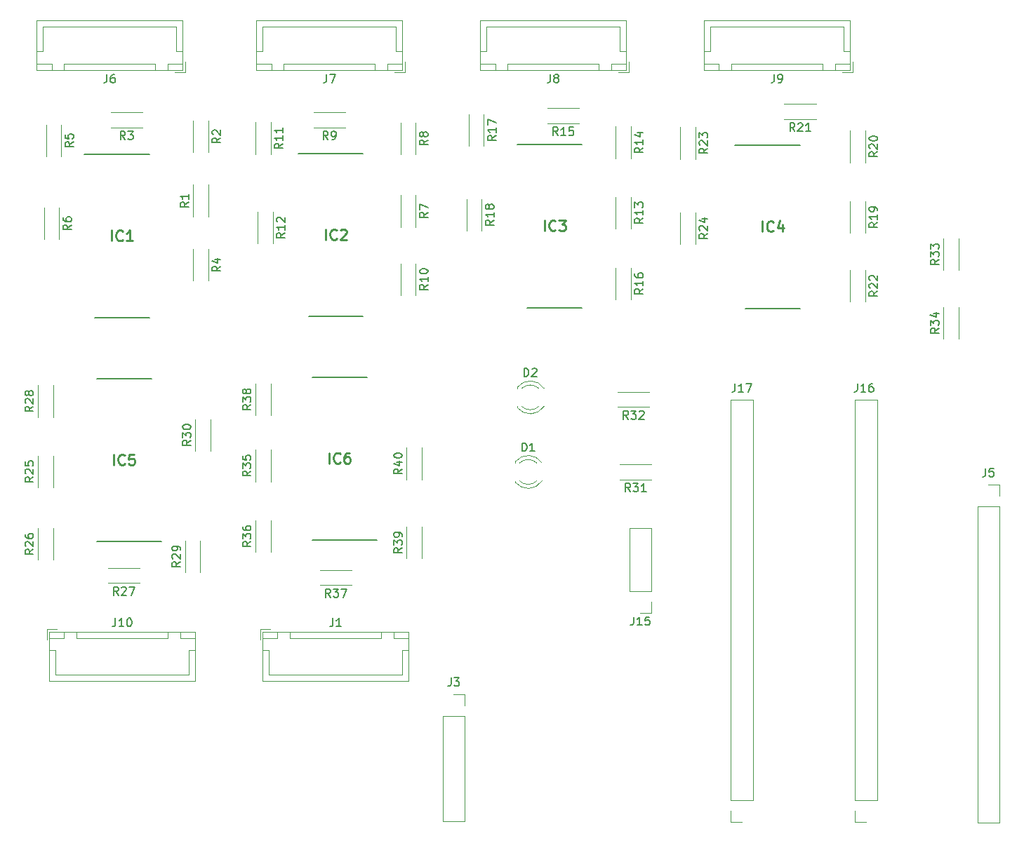
<source format=gbr>
%TF.GenerationSoftware,KiCad,Pcbnew,8.0.7-1.fc40*%
%TF.CreationDate,2024-12-16T20:10:00+01:00*%
%TF.ProjectId,pedai-hw,70656461-692d-4687-972e-6b696361645f,rev?*%
%TF.SameCoordinates,Original*%
%TF.FileFunction,Legend,Top*%
%TF.FilePolarity,Positive*%
%FSLAX46Y46*%
G04 Gerber Fmt 4.6, Leading zero omitted, Abs format (unit mm)*
G04 Created by KiCad (PCBNEW 8.0.7-1.fc40) date 2024-12-16 20:10:00*
%MOMM*%
%LPD*%
G01*
G04 APERTURE LIST*
%ADD10C,0.150000*%
%ADD11C,0.254000*%
%ADD12C,0.120000*%
%ADD13C,0.200000*%
G04 APERTURE END LIST*
D10*
X108784819Y-97892857D02*
X108308628Y-98226190D01*
X108784819Y-98464285D02*
X107784819Y-98464285D01*
X107784819Y-98464285D02*
X107784819Y-98083333D01*
X107784819Y-98083333D02*
X107832438Y-97988095D01*
X107832438Y-97988095D02*
X107880057Y-97940476D01*
X107880057Y-97940476D02*
X107975295Y-97892857D01*
X107975295Y-97892857D02*
X108118152Y-97892857D01*
X108118152Y-97892857D02*
X108213390Y-97940476D01*
X108213390Y-97940476D02*
X108261009Y-97988095D01*
X108261009Y-97988095D02*
X108308628Y-98083333D01*
X108308628Y-98083333D02*
X108308628Y-98464285D01*
X107784819Y-97559523D02*
X107784819Y-96940476D01*
X107784819Y-96940476D02*
X108165771Y-97273809D01*
X108165771Y-97273809D02*
X108165771Y-97130952D01*
X108165771Y-97130952D02*
X108213390Y-97035714D01*
X108213390Y-97035714D02*
X108261009Y-96988095D01*
X108261009Y-96988095D02*
X108356247Y-96940476D01*
X108356247Y-96940476D02*
X108594342Y-96940476D01*
X108594342Y-96940476D02*
X108689580Y-96988095D01*
X108689580Y-96988095D02*
X108737200Y-97035714D01*
X108737200Y-97035714D02*
X108784819Y-97130952D01*
X108784819Y-97130952D02*
X108784819Y-97416666D01*
X108784819Y-97416666D02*
X108737200Y-97511904D01*
X108737200Y-97511904D02*
X108689580Y-97559523D01*
X108213390Y-96369047D02*
X108165771Y-96464285D01*
X108165771Y-96464285D02*
X108118152Y-96511904D01*
X108118152Y-96511904D02*
X108022914Y-96559523D01*
X108022914Y-96559523D02*
X107975295Y-96559523D01*
X107975295Y-96559523D02*
X107880057Y-96511904D01*
X107880057Y-96511904D02*
X107832438Y-96464285D01*
X107832438Y-96464285D02*
X107784819Y-96369047D01*
X107784819Y-96369047D02*
X107784819Y-96178571D01*
X107784819Y-96178571D02*
X107832438Y-96083333D01*
X107832438Y-96083333D02*
X107880057Y-96035714D01*
X107880057Y-96035714D02*
X107975295Y-95988095D01*
X107975295Y-95988095D02*
X108022914Y-95988095D01*
X108022914Y-95988095D02*
X108118152Y-96035714D01*
X108118152Y-96035714D02*
X108165771Y-96083333D01*
X108165771Y-96083333D02*
X108213390Y-96178571D01*
X108213390Y-96178571D02*
X108213390Y-96369047D01*
X108213390Y-96369047D02*
X108261009Y-96464285D01*
X108261009Y-96464285D02*
X108308628Y-96511904D01*
X108308628Y-96511904D02*
X108403866Y-96559523D01*
X108403866Y-96559523D02*
X108594342Y-96559523D01*
X108594342Y-96559523D02*
X108689580Y-96511904D01*
X108689580Y-96511904D02*
X108737200Y-96464285D01*
X108737200Y-96464285D02*
X108784819Y-96369047D01*
X108784819Y-96369047D02*
X108784819Y-96178571D01*
X108784819Y-96178571D02*
X108737200Y-96083333D01*
X108737200Y-96083333D02*
X108689580Y-96035714D01*
X108689580Y-96035714D02*
X108594342Y-95988095D01*
X108594342Y-95988095D02*
X108403866Y-95988095D01*
X108403866Y-95988095D02*
X108308628Y-96035714D01*
X108308628Y-96035714D02*
X108261009Y-96083333D01*
X108261009Y-96083333D02*
X108213390Y-96178571D01*
X112874819Y-77142857D02*
X112398628Y-77476190D01*
X112874819Y-77714285D02*
X111874819Y-77714285D01*
X111874819Y-77714285D02*
X111874819Y-77333333D01*
X111874819Y-77333333D02*
X111922438Y-77238095D01*
X111922438Y-77238095D02*
X111970057Y-77190476D01*
X111970057Y-77190476D02*
X112065295Y-77142857D01*
X112065295Y-77142857D02*
X112208152Y-77142857D01*
X112208152Y-77142857D02*
X112303390Y-77190476D01*
X112303390Y-77190476D02*
X112351009Y-77238095D01*
X112351009Y-77238095D02*
X112398628Y-77333333D01*
X112398628Y-77333333D02*
X112398628Y-77714285D01*
X112874819Y-76190476D02*
X112874819Y-76761904D01*
X112874819Y-76476190D02*
X111874819Y-76476190D01*
X111874819Y-76476190D02*
X112017676Y-76571428D01*
X112017676Y-76571428D02*
X112112914Y-76666666D01*
X112112914Y-76666666D02*
X112160533Y-76761904D01*
X111970057Y-75809523D02*
X111922438Y-75761904D01*
X111922438Y-75761904D02*
X111874819Y-75666666D01*
X111874819Y-75666666D02*
X111874819Y-75428571D01*
X111874819Y-75428571D02*
X111922438Y-75333333D01*
X111922438Y-75333333D02*
X111970057Y-75285714D01*
X111970057Y-75285714D02*
X112065295Y-75238095D01*
X112065295Y-75238095D02*
X112160533Y-75238095D01*
X112160533Y-75238095D02*
X112303390Y-75285714D01*
X112303390Y-75285714D02*
X112874819Y-75857142D01*
X112874819Y-75857142D02*
X112874819Y-75238095D01*
X156084819Y-66852857D02*
X155608628Y-67186190D01*
X156084819Y-67424285D02*
X155084819Y-67424285D01*
X155084819Y-67424285D02*
X155084819Y-67043333D01*
X155084819Y-67043333D02*
X155132438Y-66948095D01*
X155132438Y-66948095D02*
X155180057Y-66900476D01*
X155180057Y-66900476D02*
X155275295Y-66852857D01*
X155275295Y-66852857D02*
X155418152Y-66852857D01*
X155418152Y-66852857D02*
X155513390Y-66900476D01*
X155513390Y-66900476D02*
X155561009Y-66948095D01*
X155561009Y-66948095D02*
X155608628Y-67043333D01*
X155608628Y-67043333D02*
X155608628Y-67424285D01*
X156084819Y-65900476D02*
X156084819Y-66471904D01*
X156084819Y-66186190D02*
X155084819Y-66186190D01*
X155084819Y-66186190D02*
X155227676Y-66281428D01*
X155227676Y-66281428D02*
X155322914Y-66376666D01*
X155322914Y-66376666D02*
X155370533Y-66471904D01*
X155418152Y-65043333D02*
X156084819Y-65043333D01*
X155037200Y-65281428D02*
X155751485Y-65519523D01*
X155751485Y-65519523D02*
X155751485Y-64900476D01*
X156084819Y-75352857D02*
X155608628Y-75686190D01*
X156084819Y-75924285D02*
X155084819Y-75924285D01*
X155084819Y-75924285D02*
X155084819Y-75543333D01*
X155084819Y-75543333D02*
X155132438Y-75448095D01*
X155132438Y-75448095D02*
X155180057Y-75400476D01*
X155180057Y-75400476D02*
X155275295Y-75352857D01*
X155275295Y-75352857D02*
X155418152Y-75352857D01*
X155418152Y-75352857D02*
X155513390Y-75400476D01*
X155513390Y-75400476D02*
X155561009Y-75448095D01*
X155561009Y-75448095D02*
X155608628Y-75543333D01*
X155608628Y-75543333D02*
X155608628Y-75924285D01*
X156084819Y-74400476D02*
X156084819Y-74971904D01*
X156084819Y-74686190D02*
X155084819Y-74686190D01*
X155084819Y-74686190D02*
X155227676Y-74781428D01*
X155227676Y-74781428D02*
X155322914Y-74876666D01*
X155322914Y-74876666D02*
X155370533Y-74971904D01*
X155084819Y-74067142D02*
X155084819Y-73448095D01*
X155084819Y-73448095D02*
X155465771Y-73781428D01*
X155465771Y-73781428D02*
X155465771Y-73638571D01*
X155465771Y-73638571D02*
X155513390Y-73543333D01*
X155513390Y-73543333D02*
X155561009Y-73495714D01*
X155561009Y-73495714D02*
X155656247Y-73448095D01*
X155656247Y-73448095D02*
X155894342Y-73448095D01*
X155894342Y-73448095D02*
X155989580Y-73495714D01*
X155989580Y-73495714D02*
X156037200Y-73543333D01*
X156037200Y-73543333D02*
X156084819Y-73638571D01*
X156084819Y-73638571D02*
X156084819Y-73924285D01*
X156084819Y-73924285D02*
X156037200Y-74019523D01*
X156037200Y-74019523D02*
X155989580Y-74067142D01*
X130124819Y-83392857D02*
X129648628Y-83726190D01*
X130124819Y-83964285D02*
X129124819Y-83964285D01*
X129124819Y-83964285D02*
X129124819Y-83583333D01*
X129124819Y-83583333D02*
X129172438Y-83488095D01*
X129172438Y-83488095D02*
X129220057Y-83440476D01*
X129220057Y-83440476D02*
X129315295Y-83392857D01*
X129315295Y-83392857D02*
X129458152Y-83392857D01*
X129458152Y-83392857D02*
X129553390Y-83440476D01*
X129553390Y-83440476D02*
X129601009Y-83488095D01*
X129601009Y-83488095D02*
X129648628Y-83583333D01*
X129648628Y-83583333D02*
X129648628Y-83964285D01*
X130124819Y-82440476D02*
X130124819Y-83011904D01*
X130124819Y-82726190D02*
X129124819Y-82726190D01*
X129124819Y-82726190D02*
X129267676Y-82821428D01*
X129267676Y-82821428D02*
X129362914Y-82916666D01*
X129362914Y-82916666D02*
X129410533Y-83011904D01*
X129124819Y-81821428D02*
X129124819Y-81726190D01*
X129124819Y-81726190D02*
X129172438Y-81630952D01*
X129172438Y-81630952D02*
X129220057Y-81583333D01*
X129220057Y-81583333D02*
X129315295Y-81535714D01*
X129315295Y-81535714D02*
X129505771Y-81488095D01*
X129505771Y-81488095D02*
X129743866Y-81488095D01*
X129743866Y-81488095D02*
X129934342Y-81535714D01*
X129934342Y-81535714D02*
X130029580Y-81583333D01*
X130029580Y-81583333D02*
X130077200Y-81630952D01*
X130077200Y-81630952D02*
X130124819Y-81726190D01*
X130124819Y-81726190D02*
X130124819Y-81821428D01*
X130124819Y-81821428D02*
X130077200Y-81916666D01*
X130077200Y-81916666D02*
X130029580Y-81964285D01*
X130029580Y-81964285D02*
X129934342Y-82011904D01*
X129934342Y-82011904D02*
X129743866Y-82059523D01*
X129743866Y-82059523D02*
X129505771Y-82059523D01*
X129505771Y-82059523D02*
X129315295Y-82011904D01*
X129315295Y-82011904D02*
X129220057Y-81964285D01*
X129220057Y-81964285D02*
X129172438Y-81916666D01*
X129172438Y-81916666D02*
X129124819Y-81821428D01*
X163874819Y-66932857D02*
X163398628Y-67266190D01*
X163874819Y-67504285D02*
X162874819Y-67504285D01*
X162874819Y-67504285D02*
X162874819Y-67123333D01*
X162874819Y-67123333D02*
X162922438Y-67028095D01*
X162922438Y-67028095D02*
X162970057Y-66980476D01*
X162970057Y-66980476D02*
X163065295Y-66932857D01*
X163065295Y-66932857D02*
X163208152Y-66932857D01*
X163208152Y-66932857D02*
X163303390Y-66980476D01*
X163303390Y-66980476D02*
X163351009Y-67028095D01*
X163351009Y-67028095D02*
X163398628Y-67123333D01*
X163398628Y-67123333D02*
X163398628Y-67504285D01*
X162970057Y-66551904D02*
X162922438Y-66504285D01*
X162922438Y-66504285D02*
X162874819Y-66409047D01*
X162874819Y-66409047D02*
X162874819Y-66170952D01*
X162874819Y-66170952D02*
X162922438Y-66075714D01*
X162922438Y-66075714D02*
X162970057Y-66028095D01*
X162970057Y-66028095D02*
X163065295Y-65980476D01*
X163065295Y-65980476D02*
X163160533Y-65980476D01*
X163160533Y-65980476D02*
X163303390Y-66028095D01*
X163303390Y-66028095D02*
X163874819Y-66599523D01*
X163874819Y-66599523D02*
X163874819Y-65980476D01*
X162874819Y-65647142D02*
X162874819Y-65028095D01*
X162874819Y-65028095D02*
X163255771Y-65361428D01*
X163255771Y-65361428D02*
X163255771Y-65218571D01*
X163255771Y-65218571D02*
X163303390Y-65123333D01*
X163303390Y-65123333D02*
X163351009Y-65075714D01*
X163351009Y-65075714D02*
X163446247Y-65028095D01*
X163446247Y-65028095D02*
X163684342Y-65028095D01*
X163684342Y-65028095D02*
X163779580Y-65075714D01*
X163779580Y-65075714D02*
X163827200Y-65123333D01*
X163827200Y-65123333D02*
X163874819Y-65218571D01*
X163874819Y-65218571D02*
X163874819Y-65504285D01*
X163874819Y-65504285D02*
X163827200Y-65599523D01*
X163827200Y-65599523D02*
X163779580Y-65647142D01*
X145817142Y-65374819D02*
X145483809Y-64898628D01*
X145245714Y-65374819D02*
X145245714Y-64374819D01*
X145245714Y-64374819D02*
X145626666Y-64374819D01*
X145626666Y-64374819D02*
X145721904Y-64422438D01*
X145721904Y-64422438D02*
X145769523Y-64470057D01*
X145769523Y-64470057D02*
X145817142Y-64565295D01*
X145817142Y-64565295D02*
X145817142Y-64708152D01*
X145817142Y-64708152D02*
X145769523Y-64803390D01*
X145769523Y-64803390D02*
X145721904Y-64851009D01*
X145721904Y-64851009D02*
X145626666Y-64898628D01*
X145626666Y-64898628D02*
X145245714Y-64898628D01*
X146769523Y-65374819D02*
X146198095Y-65374819D01*
X146483809Y-65374819D02*
X146483809Y-64374819D01*
X146483809Y-64374819D02*
X146388571Y-64517676D01*
X146388571Y-64517676D02*
X146293333Y-64612914D01*
X146293333Y-64612914D02*
X146198095Y-64660533D01*
X147674285Y-64374819D02*
X147198095Y-64374819D01*
X147198095Y-64374819D02*
X147150476Y-64851009D01*
X147150476Y-64851009D02*
X147198095Y-64803390D01*
X147198095Y-64803390D02*
X147293333Y-64755771D01*
X147293333Y-64755771D02*
X147531428Y-64755771D01*
X147531428Y-64755771D02*
X147626666Y-64803390D01*
X147626666Y-64803390D02*
X147674285Y-64851009D01*
X147674285Y-64851009D02*
X147721904Y-64946247D01*
X147721904Y-64946247D02*
X147721904Y-65184342D01*
X147721904Y-65184342D02*
X147674285Y-65279580D01*
X147674285Y-65279580D02*
X147626666Y-65327200D01*
X147626666Y-65327200D02*
X147531428Y-65374819D01*
X147531428Y-65374819D02*
X147293333Y-65374819D01*
X147293333Y-65374819D02*
X147198095Y-65327200D01*
X147198095Y-65327200D02*
X147150476Y-65279580D01*
X163874819Y-77222857D02*
X163398628Y-77556190D01*
X163874819Y-77794285D02*
X162874819Y-77794285D01*
X162874819Y-77794285D02*
X162874819Y-77413333D01*
X162874819Y-77413333D02*
X162922438Y-77318095D01*
X162922438Y-77318095D02*
X162970057Y-77270476D01*
X162970057Y-77270476D02*
X163065295Y-77222857D01*
X163065295Y-77222857D02*
X163208152Y-77222857D01*
X163208152Y-77222857D02*
X163303390Y-77270476D01*
X163303390Y-77270476D02*
X163351009Y-77318095D01*
X163351009Y-77318095D02*
X163398628Y-77413333D01*
X163398628Y-77413333D02*
X163398628Y-77794285D01*
X162970057Y-76841904D02*
X162922438Y-76794285D01*
X162922438Y-76794285D02*
X162874819Y-76699047D01*
X162874819Y-76699047D02*
X162874819Y-76460952D01*
X162874819Y-76460952D02*
X162922438Y-76365714D01*
X162922438Y-76365714D02*
X162970057Y-76318095D01*
X162970057Y-76318095D02*
X163065295Y-76270476D01*
X163065295Y-76270476D02*
X163160533Y-76270476D01*
X163160533Y-76270476D02*
X163303390Y-76318095D01*
X163303390Y-76318095D02*
X163874819Y-76889523D01*
X163874819Y-76889523D02*
X163874819Y-76270476D01*
X163208152Y-75413333D02*
X163874819Y-75413333D01*
X162827200Y-75651428D02*
X163541485Y-75889523D01*
X163541485Y-75889523D02*
X163541485Y-75270476D01*
D11*
X117790237Y-77964318D02*
X117790237Y-76694318D01*
X119120714Y-77843365D02*
X119060238Y-77903842D01*
X119060238Y-77903842D02*
X118878809Y-77964318D01*
X118878809Y-77964318D02*
X118757857Y-77964318D01*
X118757857Y-77964318D02*
X118576428Y-77903842D01*
X118576428Y-77903842D02*
X118455476Y-77782889D01*
X118455476Y-77782889D02*
X118394999Y-77661937D01*
X118394999Y-77661937D02*
X118334523Y-77420032D01*
X118334523Y-77420032D02*
X118334523Y-77238603D01*
X118334523Y-77238603D02*
X118394999Y-76996699D01*
X118394999Y-76996699D02*
X118455476Y-76875746D01*
X118455476Y-76875746D02*
X118576428Y-76754794D01*
X118576428Y-76754794D02*
X118757857Y-76694318D01*
X118757857Y-76694318D02*
X118878809Y-76694318D01*
X118878809Y-76694318D02*
X119060238Y-76754794D01*
X119060238Y-76754794D02*
X119120714Y-76815270D01*
X119604523Y-76815270D02*
X119664999Y-76754794D01*
X119664999Y-76754794D02*
X119785952Y-76694318D01*
X119785952Y-76694318D02*
X120088333Y-76694318D01*
X120088333Y-76694318D02*
X120209285Y-76754794D01*
X120209285Y-76754794D02*
X120269761Y-76815270D01*
X120269761Y-76815270D02*
X120330238Y-76936222D01*
X120330238Y-76936222D02*
X120330238Y-77057175D01*
X120330238Y-77057175D02*
X120269761Y-77238603D01*
X120269761Y-77238603D02*
X119544047Y-77964318D01*
X119544047Y-77964318D02*
X120330238Y-77964318D01*
D10*
X118083333Y-65874819D02*
X117750000Y-65398628D01*
X117511905Y-65874819D02*
X117511905Y-64874819D01*
X117511905Y-64874819D02*
X117892857Y-64874819D01*
X117892857Y-64874819D02*
X117988095Y-64922438D01*
X117988095Y-64922438D02*
X118035714Y-64970057D01*
X118035714Y-64970057D02*
X118083333Y-65065295D01*
X118083333Y-65065295D02*
X118083333Y-65208152D01*
X118083333Y-65208152D02*
X118035714Y-65303390D01*
X118035714Y-65303390D02*
X117988095Y-65351009D01*
X117988095Y-65351009D02*
X117892857Y-65398628D01*
X117892857Y-65398628D02*
X117511905Y-65398628D01*
X118559524Y-65874819D02*
X118750000Y-65874819D01*
X118750000Y-65874819D02*
X118845238Y-65827200D01*
X118845238Y-65827200D02*
X118892857Y-65779580D01*
X118892857Y-65779580D02*
X118988095Y-65636723D01*
X118988095Y-65636723D02*
X119035714Y-65446247D01*
X119035714Y-65446247D02*
X119035714Y-65065295D01*
X119035714Y-65065295D02*
X118988095Y-64970057D01*
X118988095Y-64970057D02*
X118940476Y-64922438D01*
X118940476Y-64922438D02*
X118845238Y-64874819D01*
X118845238Y-64874819D02*
X118654762Y-64874819D01*
X118654762Y-64874819D02*
X118559524Y-64922438D01*
X118559524Y-64922438D02*
X118511905Y-64970057D01*
X118511905Y-64970057D02*
X118464286Y-65065295D01*
X118464286Y-65065295D02*
X118464286Y-65303390D01*
X118464286Y-65303390D02*
X118511905Y-65398628D01*
X118511905Y-65398628D02*
X118559524Y-65446247D01*
X118559524Y-65446247D02*
X118654762Y-65493866D01*
X118654762Y-65493866D02*
X118845238Y-65493866D01*
X118845238Y-65493866D02*
X118940476Y-65446247D01*
X118940476Y-65446247D02*
X118988095Y-65398628D01*
X118988095Y-65398628D02*
X119035714Y-65303390D01*
X108784819Y-105892857D02*
X108308628Y-106226190D01*
X108784819Y-106464285D02*
X107784819Y-106464285D01*
X107784819Y-106464285D02*
X107784819Y-106083333D01*
X107784819Y-106083333D02*
X107832438Y-105988095D01*
X107832438Y-105988095D02*
X107880057Y-105940476D01*
X107880057Y-105940476D02*
X107975295Y-105892857D01*
X107975295Y-105892857D02*
X108118152Y-105892857D01*
X108118152Y-105892857D02*
X108213390Y-105940476D01*
X108213390Y-105940476D02*
X108261009Y-105988095D01*
X108261009Y-105988095D02*
X108308628Y-106083333D01*
X108308628Y-106083333D02*
X108308628Y-106464285D01*
X107784819Y-105559523D02*
X107784819Y-104940476D01*
X107784819Y-104940476D02*
X108165771Y-105273809D01*
X108165771Y-105273809D02*
X108165771Y-105130952D01*
X108165771Y-105130952D02*
X108213390Y-105035714D01*
X108213390Y-105035714D02*
X108261009Y-104988095D01*
X108261009Y-104988095D02*
X108356247Y-104940476D01*
X108356247Y-104940476D02*
X108594342Y-104940476D01*
X108594342Y-104940476D02*
X108689580Y-104988095D01*
X108689580Y-104988095D02*
X108737200Y-105035714D01*
X108737200Y-105035714D02*
X108784819Y-105130952D01*
X108784819Y-105130952D02*
X108784819Y-105416666D01*
X108784819Y-105416666D02*
X108737200Y-105511904D01*
X108737200Y-105511904D02*
X108689580Y-105559523D01*
X107784819Y-104035714D02*
X107784819Y-104511904D01*
X107784819Y-104511904D02*
X108261009Y-104559523D01*
X108261009Y-104559523D02*
X108213390Y-104511904D01*
X108213390Y-104511904D02*
X108165771Y-104416666D01*
X108165771Y-104416666D02*
X108165771Y-104178571D01*
X108165771Y-104178571D02*
X108213390Y-104083333D01*
X108213390Y-104083333D02*
X108261009Y-104035714D01*
X108261009Y-104035714D02*
X108356247Y-103988095D01*
X108356247Y-103988095D02*
X108594342Y-103988095D01*
X108594342Y-103988095D02*
X108689580Y-104035714D01*
X108689580Y-104035714D02*
X108737200Y-104083333D01*
X108737200Y-104083333D02*
X108784819Y-104178571D01*
X108784819Y-104178571D02*
X108784819Y-104416666D01*
X108784819Y-104416666D02*
X108737200Y-104511904D01*
X108737200Y-104511904D02*
X108689580Y-104559523D01*
X105124819Y-81166666D02*
X104648628Y-81499999D01*
X105124819Y-81738094D02*
X104124819Y-81738094D01*
X104124819Y-81738094D02*
X104124819Y-81357142D01*
X104124819Y-81357142D02*
X104172438Y-81261904D01*
X104172438Y-81261904D02*
X104220057Y-81214285D01*
X104220057Y-81214285D02*
X104315295Y-81166666D01*
X104315295Y-81166666D02*
X104458152Y-81166666D01*
X104458152Y-81166666D02*
X104553390Y-81214285D01*
X104553390Y-81214285D02*
X104601009Y-81261904D01*
X104601009Y-81261904D02*
X104648628Y-81357142D01*
X104648628Y-81357142D02*
X104648628Y-81738094D01*
X104458152Y-80309523D02*
X105124819Y-80309523D01*
X104077200Y-80547618D02*
X104791485Y-80785713D01*
X104791485Y-80785713D02*
X104791485Y-80166666D01*
X130124819Y-65916666D02*
X129648628Y-66249999D01*
X130124819Y-66488094D02*
X129124819Y-66488094D01*
X129124819Y-66488094D02*
X129124819Y-66107142D01*
X129124819Y-66107142D02*
X129172438Y-66011904D01*
X129172438Y-66011904D02*
X129220057Y-65964285D01*
X129220057Y-65964285D02*
X129315295Y-65916666D01*
X129315295Y-65916666D02*
X129458152Y-65916666D01*
X129458152Y-65916666D02*
X129553390Y-65964285D01*
X129553390Y-65964285D02*
X129601009Y-66011904D01*
X129601009Y-66011904D02*
X129648628Y-66107142D01*
X129648628Y-66107142D02*
X129648628Y-66488094D01*
X129553390Y-65345237D02*
X129505771Y-65440475D01*
X129505771Y-65440475D02*
X129458152Y-65488094D01*
X129458152Y-65488094D02*
X129362914Y-65535713D01*
X129362914Y-65535713D02*
X129315295Y-65535713D01*
X129315295Y-65535713D02*
X129220057Y-65488094D01*
X129220057Y-65488094D02*
X129172438Y-65440475D01*
X129172438Y-65440475D02*
X129124819Y-65345237D01*
X129124819Y-65345237D02*
X129124819Y-65154761D01*
X129124819Y-65154761D02*
X129172438Y-65059523D01*
X129172438Y-65059523D02*
X129220057Y-65011904D01*
X129220057Y-65011904D02*
X129315295Y-64964285D01*
X129315295Y-64964285D02*
X129362914Y-64964285D01*
X129362914Y-64964285D02*
X129458152Y-65011904D01*
X129458152Y-65011904D02*
X129505771Y-65059523D01*
X129505771Y-65059523D02*
X129553390Y-65154761D01*
X129553390Y-65154761D02*
X129553390Y-65345237D01*
X129553390Y-65345237D02*
X129601009Y-65440475D01*
X129601009Y-65440475D02*
X129648628Y-65488094D01*
X129648628Y-65488094D02*
X129743866Y-65535713D01*
X129743866Y-65535713D02*
X129934342Y-65535713D01*
X129934342Y-65535713D02*
X130029580Y-65488094D01*
X130029580Y-65488094D02*
X130077200Y-65440475D01*
X130077200Y-65440475D02*
X130124819Y-65345237D01*
X130124819Y-65345237D02*
X130124819Y-65154761D01*
X130124819Y-65154761D02*
X130077200Y-65059523D01*
X130077200Y-65059523D02*
X130029580Y-65011904D01*
X130029580Y-65011904D02*
X129934342Y-64964285D01*
X129934342Y-64964285D02*
X129743866Y-64964285D01*
X129743866Y-64964285D02*
X129648628Y-65011904D01*
X129648628Y-65011904D02*
X129601009Y-65059523D01*
X129601009Y-65059523D02*
X129553390Y-65154761D01*
X92440476Y-123654819D02*
X92440476Y-124369104D01*
X92440476Y-124369104D02*
X92392857Y-124511961D01*
X92392857Y-124511961D02*
X92297619Y-124607200D01*
X92297619Y-124607200D02*
X92154762Y-124654819D01*
X92154762Y-124654819D02*
X92059524Y-124654819D01*
X93440476Y-124654819D02*
X92869048Y-124654819D01*
X93154762Y-124654819D02*
X93154762Y-123654819D01*
X93154762Y-123654819D02*
X93059524Y-123797676D01*
X93059524Y-123797676D02*
X92964286Y-123892914D01*
X92964286Y-123892914D02*
X92869048Y-123940533D01*
X94059524Y-123654819D02*
X94154762Y-123654819D01*
X94154762Y-123654819D02*
X94250000Y-123702438D01*
X94250000Y-123702438D02*
X94297619Y-123750057D01*
X94297619Y-123750057D02*
X94345238Y-123845295D01*
X94345238Y-123845295D02*
X94392857Y-124035771D01*
X94392857Y-124035771D02*
X94392857Y-124273866D01*
X94392857Y-124273866D02*
X94345238Y-124464342D01*
X94345238Y-124464342D02*
X94297619Y-124559580D01*
X94297619Y-124559580D02*
X94250000Y-124607200D01*
X94250000Y-124607200D02*
X94154762Y-124654819D01*
X94154762Y-124654819D02*
X94059524Y-124654819D01*
X94059524Y-124654819D02*
X93964286Y-124607200D01*
X93964286Y-124607200D02*
X93916667Y-124559580D01*
X93916667Y-124559580D02*
X93869048Y-124464342D01*
X93869048Y-124464342D02*
X93821429Y-124273866D01*
X93821429Y-124273866D02*
X93821429Y-124035771D01*
X93821429Y-124035771D02*
X93869048Y-123845295D01*
X93869048Y-123845295D02*
X93916667Y-123750057D01*
X93916667Y-123750057D02*
X93964286Y-123702438D01*
X93964286Y-123702438D02*
X94059524Y-123654819D01*
X141741905Y-94494819D02*
X141741905Y-93494819D01*
X141741905Y-93494819D02*
X141980000Y-93494819D01*
X141980000Y-93494819D02*
X142122857Y-93542438D01*
X142122857Y-93542438D02*
X142218095Y-93637676D01*
X142218095Y-93637676D02*
X142265714Y-93732914D01*
X142265714Y-93732914D02*
X142313333Y-93923390D01*
X142313333Y-93923390D02*
X142313333Y-94066247D01*
X142313333Y-94066247D02*
X142265714Y-94256723D01*
X142265714Y-94256723D02*
X142218095Y-94351961D01*
X142218095Y-94351961D02*
X142122857Y-94447200D01*
X142122857Y-94447200D02*
X141980000Y-94494819D01*
X141980000Y-94494819D02*
X141741905Y-94494819D01*
X142694286Y-93590057D02*
X142741905Y-93542438D01*
X142741905Y-93542438D02*
X142837143Y-93494819D01*
X142837143Y-93494819D02*
X143075238Y-93494819D01*
X143075238Y-93494819D02*
X143170476Y-93542438D01*
X143170476Y-93542438D02*
X143218095Y-93590057D01*
X143218095Y-93590057D02*
X143265714Y-93685295D01*
X143265714Y-93685295D02*
X143265714Y-93780533D01*
X143265714Y-93780533D02*
X143218095Y-93923390D01*
X143218095Y-93923390D02*
X142646667Y-94494819D01*
X142646667Y-94494819D02*
X143265714Y-94494819D01*
X130124819Y-74666666D02*
X129648628Y-74999999D01*
X130124819Y-75238094D02*
X129124819Y-75238094D01*
X129124819Y-75238094D02*
X129124819Y-74857142D01*
X129124819Y-74857142D02*
X129172438Y-74761904D01*
X129172438Y-74761904D02*
X129220057Y-74714285D01*
X129220057Y-74714285D02*
X129315295Y-74666666D01*
X129315295Y-74666666D02*
X129458152Y-74666666D01*
X129458152Y-74666666D02*
X129553390Y-74714285D01*
X129553390Y-74714285D02*
X129601009Y-74761904D01*
X129601009Y-74761904D02*
X129648628Y-74857142D01*
X129648628Y-74857142D02*
X129648628Y-75238094D01*
X129124819Y-74333332D02*
X129124819Y-73666666D01*
X129124819Y-73666666D02*
X130124819Y-74095237D01*
X127034819Y-115182857D02*
X126558628Y-115516190D01*
X127034819Y-115754285D02*
X126034819Y-115754285D01*
X126034819Y-115754285D02*
X126034819Y-115373333D01*
X126034819Y-115373333D02*
X126082438Y-115278095D01*
X126082438Y-115278095D02*
X126130057Y-115230476D01*
X126130057Y-115230476D02*
X126225295Y-115182857D01*
X126225295Y-115182857D02*
X126368152Y-115182857D01*
X126368152Y-115182857D02*
X126463390Y-115230476D01*
X126463390Y-115230476D02*
X126511009Y-115278095D01*
X126511009Y-115278095D02*
X126558628Y-115373333D01*
X126558628Y-115373333D02*
X126558628Y-115754285D01*
X126034819Y-114849523D02*
X126034819Y-114230476D01*
X126034819Y-114230476D02*
X126415771Y-114563809D01*
X126415771Y-114563809D02*
X126415771Y-114420952D01*
X126415771Y-114420952D02*
X126463390Y-114325714D01*
X126463390Y-114325714D02*
X126511009Y-114278095D01*
X126511009Y-114278095D02*
X126606247Y-114230476D01*
X126606247Y-114230476D02*
X126844342Y-114230476D01*
X126844342Y-114230476D02*
X126939580Y-114278095D01*
X126939580Y-114278095D02*
X126987200Y-114325714D01*
X126987200Y-114325714D02*
X127034819Y-114420952D01*
X127034819Y-114420952D02*
X127034819Y-114706666D01*
X127034819Y-114706666D02*
X126987200Y-114801904D01*
X126987200Y-114801904D02*
X126939580Y-114849523D01*
X127034819Y-113754285D02*
X127034819Y-113563809D01*
X127034819Y-113563809D02*
X126987200Y-113468571D01*
X126987200Y-113468571D02*
X126939580Y-113420952D01*
X126939580Y-113420952D02*
X126796723Y-113325714D01*
X126796723Y-113325714D02*
X126606247Y-113278095D01*
X126606247Y-113278095D02*
X126225295Y-113278095D01*
X126225295Y-113278095D02*
X126130057Y-113325714D01*
X126130057Y-113325714D02*
X126082438Y-113373333D01*
X126082438Y-113373333D02*
X126034819Y-113468571D01*
X126034819Y-113468571D02*
X126034819Y-113659047D01*
X126034819Y-113659047D02*
X126082438Y-113754285D01*
X126082438Y-113754285D02*
X126130057Y-113801904D01*
X126130057Y-113801904D02*
X126225295Y-113849523D01*
X126225295Y-113849523D02*
X126463390Y-113849523D01*
X126463390Y-113849523D02*
X126558628Y-113801904D01*
X126558628Y-113801904D02*
X126606247Y-113754285D01*
X126606247Y-113754285D02*
X126653866Y-113659047D01*
X126653866Y-113659047D02*
X126653866Y-113468571D01*
X126653866Y-113468571D02*
X126606247Y-113373333D01*
X126606247Y-113373333D02*
X126558628Y-113325714D01*
X126558628Y-113325714D02*
X126463390Y-113278095D01*
D11*
X170480237Y-76974318D02*
X170480237Y-75704318D01*
X171810714Y-76853365D02*
X171750238Y-76913842D01*
X171750238Y-76913842D02*
X171568809Y-76974318D01*
X171568809Y-76974318D02*
X171447857Y-76974318D01*
X171447857Y-76974318D02*
X171266428Y-76913842D01*
X171266428Y-76913842D02*
X171145476Y-76792889D01*
X171145476Y-76792889D02*
X171084999Y-76671937D01*
X171084999Y-76671937D02*
X171024523Y-76430032D01*
X171024523Y-76430032D02*
X171024523Y-76248603D01*
X171024523Y-76248603D02*
X171084999Y-76006699D01*
X171084999Y-76006699D02*
X171145476Y-75885746D01*
X171145476Y-75885746D02*
X171266428Y-75764794D01*
X171266428Y-75764794D02*
X171447857Y-75704318D01*
X171447857Y-75704318D02*
X171568809Y-75704318D01*
X171568809Y-75704318D02*
X171750238Y-75764794D01*
X171750238Y-75764794D02*
X171810714Y-75825270D01*
X172899285Y-76127651D02*
X172899285Y-76974318D01*
X172596904Y-75643842D02*
X172294523Y-76550984D01*
X172294523Y-76550984D02*
X173080714Y-76550984D01*
D10*
X127034819Y-105642857D02*
X126558628Y-105976190D01*
X127034819Y-106214285D02*
X126034819Y-106214285D01*
X126034819Y-106214285D02*
X126034819Y-105833333D01*
X126034819Y-105833333D02*
X126082438Y-105738095D01*
X126082438Y-105738095D02*
X126130057Y-105690476D01*
X126130057Y-105690476D02*
X126225295Y-105642857D01*
X126225295Y-105642857D02*
X126368152Y-105642857D01*
X126368152Y-105642857D02*
X126463390Y-105690476D01*
X126463390Y-105690476D02*
X126511009Y-105738095D01*
X126511009Y-105738095D02*
X126558628Y-105833333D01*
X126558628Y-105833333D02*
X126558628Y-106214285D01*
X126368152Y-104785714D02*
X127034819Y-104785714D01*
X125987200Y-105023809D02*
X126701485Y-105261904D01*
X126701485Y-105261904D02*
X126701485Y-104642857D01*
X126034819Y-104071428D02*
X126034819Y-103976190D01*
X126034819Y-103976190D02*
X126082438Y-103880952D01*
X126082438Y-103880952D02*
X126130057Y-103833333D01*
X126130057Y-103833333D02*
X126225295Y-103785714D01*
X126225295Y-103785714D02*
X126415771Y-103738095D01*
X126415771Y-103738095D02*
X126653866Y-103738095D01*
X126653866Y-103738095D02*
X126844342Y-103785714D01*
X126844342Y-103785714D02*
X126939580Y-103833333D01*
X126939580Y-103833333D02*
X126987200Y-103880952D01*
X126987200Y-103880952D02*
X127034819Y-103976190D01*
X127034819Y-103976190D02*
X127034819Y-104071428D01*
X127034819Y-104071428D02*
X126987200Y-104166666D01*
X126987200Y-104166666D02*
X126939580Y-104214285D01*
X126939580Y-104214285D02*
X126844342Y-104261904D01*
X126844342Y-104261904D02*
X126653866Y-104309523D01*
X126653866Y-104309523D02*
X126415771Y-104309523D01*
X126415771Y-104309523D02*
X126225295Y-104261904D01*
X126225295Y-104261904D02*
X126130057Y-104214285D01*
X126130057Y-104214285D02*
X126082438Y-104166666D01*
X126082438Y-104166666D02*
X126034819Y-104071428D01*
X101284819Y-73416666D02*
X100808628Y-73749999D01*
X101284819Y-73988094D02*
X100284819Y-73988094D01*
X100284819Y-73988094D02*
X100284819Y-73607142D01*
X100284819Y-73607142D02*
X100332438Y-73511904D01*
X100332438Y-73511904D02*
X100380057Y-73464285D01*
X100380057Y-73464285D02*
X100475295Y-73416666D01*
X100475295Y-73416666D02*
X100618152Y-73416666D01*
X100618152Y-73416666D02*
X100713390Y-73464285D01*
X100713390Y-73464285D02*
X100761009Y-73511904D01*
X100761009Y-73511904D02*
X100808628Y-73607142D01*
X100808628Y-73607142D02*
X100808628Y-73988094D01*
X101284819Y-72464285D02*
X101284819Y-73035713D01*
X101284819Y-72749999D02*
X100284819Y-72749999D01*
X100284819Y-72749999D02*
X100427676Y-72845237D01*
X100427676Y-72845237D02*
X100522914Y-72940475D01*
X100522914Y-72940475D02*
X100570533Y-73035713D01*
X108784819Y-114392857D02*
X108308628Y-114726190D01*
X108784819Y-114964285D02*
X107784819Y-114964285D01*
X107784819Y-114964285D02*
X107784819Y-114583333D01*
X107784819Y-114583333D02*
X107832438Y-114488095D01*
X107832438Y-114488095D02*
X107880057Y-114440476D01*
X107880057Y-114440476D02*
X107975295Y-114392857D01*
X107975295Y-114392857D02*
X108118152Y-114392857D01*
X108118152Y-114392857D02*
X108213390Y-114440476D01*
X108213390Y-114440476D02*
X108261009Y-114488095D01*
X108261009Y-114488095D02*
X108308628Y-114583333D01*
X108308628Y-114583333D02*
X108308628Y-114964285D01*
X107784819Y-114059523D02*
X107784819Y-113440476D01*
X107784819Y-113440476D02*
X108165771Y-113773809D01*
X108165771Y-113773809D02*
X108165771Y-113630952D01*
X108165771Y-113630952D02*
X108213390Y-113535714D01*
X108213390Y-113535714D02*
X108261009Y-113488095D01*
X108261009Y-113488095D02*
X108356247Y-113440476D01*
X108356247Y-113440476D02*
X108594342Y-113440476D01*
X108594342Y-113440476D02*
X108689580Y-113488095D01*
X108689580Y-113488095D02*
X108737200Y-113535714D01*
X108737200Y-113535714D02*
X108784819Y-113630952D01*
X108784819Y-113630952D02*
X108784819Y-113916666D01*
X108784819Y-113916666D02*
X108737200Y-114011904D01*
X108737200Y-114011904D02*
X108689580Y-114059523D01*
X107784819Y-112583333D02*
X107784819Y-112773809D01*
X107784819Y-112773809D02*
X107832438Y-112869047D01*
X107832438Y-112869047D02*
X107880057Y-112916666D01*
X107880057Y-112916666D02*
X108022914Y-113011904D01*
X108022914Y-113011904D02*
X108213390Y-113059523D01*
X108213390Y-113059523D02*
X108594342Y-113059523D01*
X108594342Y-113059523D02*
X108689580Y-113011904D01*
X108689580Y-113011904D02*
X108737200Y-112964285D01*
X108737200Y-112964285D02*
X108784819Y-112869047D01*
X108784819Y-112869047D02*
X108784819Y-112678571D01*
X108784819Y-112678571D02*
X108737200Y-112583333D01*
X108737200Y-112583333D02*
X108689580Y-112535714D01*
X108689580Y-112535714D02*
X108594342Y-112488095D01*
X108594342Y-112488095D02*
X108356247Y-112488095D01*
X108356247Y-112488095D02*
X108261009Y-112535714D01*
X108261009Y-112535714D02*
X108213390Y-112583333D01*
X108213390Y-112583333D02*
X108165771Y-112678571D01*
X108165771Y-112678571D02*
X108165771Y-112869047D01*
X108165771Y-112869047D02*
X108213390Y-112964285D01*
X108213390Y-112964285D02*
X108261009Y-113011904D01*
X108261009Y-113011904D02*
X108356247Y-113059523D01*
X141491905Y-103494819D02*
X141491905Y-102494819D01*
X141491905Y-102494819D02*
X141730000Y-102494819D01*
X141730000Y-102494819D02*
X141872857Y-102542438D01*
X141872857Y-102542438D02*
X141968095Y-102637676D01*
X141968095Y-102637676D02*
X142015714Y-102732914D01*
X142015714Y-102732914D02*
X142063333Y-102923390D01*
X142063333Y-102923390D02*
X142063333Y-103066247D01*
X142063333Y-103066247D02*
X142015714Y-103256723D01*
X142015714Y-103256723D02*
X141968095Y-103351961D01*
X141968095Y-103351961D02*
X141872857Y-103447200D01*
X141872857Y-103447200D02*
X141730000Y-103494819D01*
X141730000Y-103494819D02*
X141491905Y-103494819D01*
X143015714Y-103494819D02*
X142444286Y-103494819D01*
X142730000Y-103494819D02*
X142730000Y-102494819D01*
X142730000Y-102494819D02*
X142634762Y-102637676D01*
X142634762Y-102637676D02*
X142539524Y-102732914D01*
X142539524Y-102732914D02*
X142444286Y-102780533D01*
X144916666Y-58004819D02*
X144916666Y-58719104D01*
X144916666Y-58719104D02*
X144869047Y-58861961D01*
X144869047Y-58861961D02*
X144773809Y-58957200D01*
X144773809Y-58957200D02*
X144630952Y-59004819D01*
X144630952Y-59004819D02*
X144535714Y-59004819D01*
X145535714Y-58433390D02*
X145440476Y-58385771D01*
X145440476Y-58385771D02*
X145392857Y-58338152D01*
X145392857Y-58338152D02*
X145345238Y-58242914D01*
X145345238Y-58242914D02*
X145345238Y-58195295D01*
X145345238Y-58195295D02*
X145392857Y-58100057D01*
X145392857Y-58100057D02*
X145440476Y-58052438D01*
X145440476Y-58052438D02*
X145535714Y-58004819D01*
X145535714Y-58004819D02*
X145726190Y-58004819D01*
X145726190Y-58004819D02*
X145821428Y-58052438D01*
X145821428Y-58052438D02*
X145869047Y-58100057D01*
X145869047Y-58100057D02*
X145916666Y-58195295D01*
X145916666Y-58195295D02*
X145916666Y-58242914D01*
X145916666Y-58242914D02*
X145869047Y-58338152D01*
X145869047Y-58338152D02*
X145821428Y-58385771D01*
X145821428Y-58385771D02*
X145726190Y-58433390D01*
X145726190Y-58433390D02*
X145535714Y-58433390D01*
X145535714Y-58433390D02*
X145440476Y-58481009D01*
X145440476Y-58481009D02*
X145392857Y-58528628D01*
X145392857Y-58528628D02*
X145345238Y-58623866D01*
X145345238Y-58623866D02*
X145345238Y-58814342D01*
X145345238Y-58814342D02*
X145392857Y-58909580D01*
X145392857Y-58909580D02*
X145440476Y-58957200D01*
X145440476Y-58957200D02*
X145535714Y-59004819D01*
X145535714Y-59004819D02*
X145726190Y-59004819D01*
X145726190Y-59004819D02*
X145821428Y-58957200D01*
X145821428Y-58957200D02*
X145869047Y-58909580D01*
X145869047Y-58909580D02*
X145916666Y-58814342D01*
X145916666Y-58814342D02*
X145916666Y-58623866D01*
X145916666Y-58623866D02*
X145869047Y-58528628D01*
X145869047Y-58528628D02*
X145821428Y-58481009D01*
X145821428Y-58481009D02*
X145726190Y-58433390D01*
X184374819Y-67352857D02*
X183898628Y-67686190D01*
X184374819Y-67924285D02*
X183374819Y-67924285D01*
X183374819Y-67924285D02*
X183374819Y-67543333D01*
X183374819Y-67543333D02*
X183422438Y-67448095D01*
X183422438Y-67448095D02*
X183470057Y-67400476D01*
X183470057Y-67400476D02*
X183565295Y-67352857D01*
X183565295Y-67352857D02*
X183708152Y-67352857D01*
X183708152Y-67352857D02*
X183803390Y-67400476D01*
X183803390Y-67400476D02*
X183851009Y-67448095D01*
X183851009Y-67448095D02*
X183898628Y-67543333D01*
X183898628Y-67543333D02*
X183898628Y-67924285D01*
X183470057Y-66971904D02*
X183422438Y-66924285D01*
X183422438Y-66924285D02*
X183374819Y-66829047D01*
X183374819Y-66829047D02*
X183374819Y-66590952D01*
X183374819Y-66590952D02*
X183422438Y-66495714D01*
X183422438Y-66495714D02*
X183470057Y-66448095D01*
X183470057Y-66448095D02*
X183565295Y-66400476D01*
X183565295Y-66400476D02*
X183660533Y-66400476D01*
X183660533Y-66400476D02*
X183803390Y-66448095D01*
X183803390Y-66448095D02*
X184374819Y-67019523D01*
X184374819Y-67019523D02*
X184374819Y-66400476D01*
X183374819Y-65781428D02*
X183374819Y-65686190D01*
X183374819Y-65686190D02*
X183422438Y-65590952D01*
X183422438Y-65590952D02*
X183470057Y-65543333D01*
X183470057Y-65543333D02*
X183565295Y-65495714D01*
X183565295Y-65495714D02*
X183755771Y-65448095D01*
X183755771Y-65448095D02*
X183993866Y-65448095D01*
X183993866Y-65448095D02*
X184184342Y-65495714D01*
X184184342Y-65495714D02*
X184279580Y-65543333D01*
X184279580Y-65543333D02*
X184327200Y-65590952D01*
X184327200Y-65590952D02*
X184374819Y-65686190D01*
X184374819Y-65686190D02*
X184374819Y-65781428D01*
X184374819Y-65781428D02*
X184327200Y-65876666D01*
X184327200Y-65876666D02*
X184279580Y-65924285D01*
X184279580Y-65924285D02*
X184184342Y-65971904D01*
X184184342Y-65971904D02*
X183993866Y-66019523D01*
X183993866Y-66019523D02*
X183755771Y-66019523D01*
X183755771Y-66019523D02*
X183565295Y-65971904D01*
X183565295Y-65971904D02*
X183470057Y-65924285D01*
X183470057Y-65924285D02*
X183422438Y-65876666D01*
X183422438Y-65876666D02*
X183374819Y-65781428D01*
X156084819Y-83892857D02*
X155608628Y-84226190D01*
X156084819Y-84464285D02*
X155084819Y-84464285D01*
X155084819Y-84464285D02*
X155084819Y-84083333D01*
X155084819Y-84083333D02*
X155132438Y-83988095D01*
X155132438Y-83988095D02*
X155180057Y-83940476D01*
X155180057Y-83940476D02*
X155275295Y-83892857D01*
X155275295Y-83892857D02*
X155418152Y-83892857D01*
X155418152Y-83892857D02*
X155513390Y-83940476D01*
X155513390Y-83940476D02*
X155561009Y-83988095D01*
X155561009Y-83988095D02*
X155608628Y-84083333D01*
X155608628Y-84083333D02*
X155608628Y-84464285D01*
X156084819Y-82940476D02*
X156084819Y-83511904D01*
X156084819Y-83226190D02*
X155084819Y-83226190D01*
X155084819Y-83226190D02*
X155227676Y-83321428D01*
X155227676Y-83321428D02*
X155322914Y-83416666D01*
X155322914Y-83416666D02*
X155370533Y-83511904D01*
X155084819Y-82083333D02*
X155084819Y-82273809D01*
X155084819Y-82273809D02*
X155132438Y-82369047D01*
X155132438Y-82369047D02*
X155180057Y-82416666D01*
X155180057Y-82416666D02*
X155322914Y-82511904D01*
X155322914Y-82511904D02*
X155513390Y-82559523D01*
X155513390Y-82559523D02*
X155894342Y-82559523D01*
X155894342Y-82559523D02*
X155989580Y-82511904D01*
X155989580Y-82511904D02*
X156037200Y-82464285D01*
X156037200Y-82464285D02*
X156084819Y-82369047D01*
X156084819Y-82369047D02*
X156084819Y-82178571D01*
X156084819Y-82178571D02*
X156037200Y-82083333D01*
X156037200Y-82083333D02*
X155989580Y-82035714D01*
X155989580Y-82035714D02*
X155894342Y-81988095D01*
X155894342Y-81988095D02*
X155656247Y-81988095D01*
X155656247Y-81988095D02*
X155561009Y-82035714D01*
X155561009Y-82035714D02*
X155513390Y-82083333D01*
X155513390Y-82083333D02*
X155465771Y-82178571D01*
X155465771Y-82178571D02*
X155465771Y-82369047D01*
X155465771Y-82369047D02*
X155513390Y-82464285D01*
X155513390Y-82464285D02*
X155561009Y-82511904D01*
X155561009Y-82511904D02*
X155656247Y-82559523D01*
X92807142Y-120874819D02*
X92473809Y-120398628D01*
X92235714Y-120874819D02*
X92235714Y-119874819D01*
X92235714Y-119874819D02*
X92616666Y-119874819D01*
X92616666Y-119874819D02*
X92711904Y-119922438D01*
X92711904Y-119922438D02*
X92759523Y-119970057D01*
X92759523Y-119970057D02*
X92807142Y-120065295D01*
X92807142Y-120065295D02*
X92807142Y-120208152D01*
X92807142Y-120208152D02*
X92759523Y-120303390D01*
X92759523Y-120303390D02*
X92711904Y-120351009D01*
X92711904Y-120351009D02*
X92616666Y-120398628D01*
X92616666Y-120398628D02*
X92235714Y-120398628D01*
X93188095Y-119970057D02*
X93235714Y-119922438D01*
X93235714Y-119922438D02*
X93330952Y-119874819D01*
X93330952Y-119874819D02*
X93569047Y-119874819D01*
X93569047Y-119874819D02*
X93664285Y-119922438D01*
X93664285Y-119922438D02*
X93711904Y-119970057D01*
X93711904Y-119970057D02*
X93759523Y-120065295D01*
X93759523Y-120065295D02*
X93759523Y-120160533D01*
X93759523Y-120160533D02*
X93711904Y-120303390D01*
X93711904Y-120303390D02*
X93140476Y-120874819D01*
X93140476Y-120874819D02*
X93759523Y-120874819D01*
X94092857Y-119874819D02*
X94759523Y-119874819D01*
X94759523Y-119874819D02*
X94330952Y-120874819D01*
X138084819Y-75602857D02*
X137608628Y-75936190D01*
X138084819Y-76174285D02*
X137084819Y-76174285D01*
X137084819Y-76174285D02*
X137084819Y-75793333D01*
X137084819Y-75793333D02*
X137132438Y-75698095D01*
X137132438Y-75698095D02*
X137180057Y-75650476D01*
X137180057Y-75650476D02*
X137275295Y-75602857D01*
X137275295Y-75602857D02*
X137418152Y-75602857D01*
X137418152Y-75602857D02*
X137513390Y-75650476D01*
X137513390Y-75650476D02*
X137561009Y-75698095D01*
X137561009Y-75698095D02*
X137608628Y-75793333D01*
X137608628Y-75793333D02*
X137608628Y-76174285D01*
X138084819Y-74650476D02*
X138084819Y-75221904D01*
X138084819Y-74936190D02*
X137084819Y-74936190D01*
X137084819Y-74936190D02*
X137227676Y-75031428D01*
X137227676Y-75031428D02*
X137322914Y-75126666D01*
X137322914Y-75126666D02*
X137370533Y-75221904D01*
X137513390Y-74079047D02*
X137465771Y-74174285D01*
X137465771Y-74174285D02*
X137418152Y-74221904D01*
X137418152Y-74221904D02*
X137322914Y-74269523D01*
X137322914Y-74269523D02*
X137275295Y-74269523D01*
X137275295Y-74269523D02*
X137180057Y-74221904D01*
X137180057Y-74221904D02*
X137132438Y-74174285D01*
X137132438Y-74174285D02*
X137084819Y-74079047D01*
X137084819Y-74079047D02*
X137084819Y-73888571D01*
X137084819Y-73888571D02*
X137132438Y-73793333D01*
X137132438Y-73793333D02*
X137180057Y-73745714D01*
X137180057Y-73745714D02*
X137275295Y-73698095D01*
X137275295Y-73698095D02*
X137322914Y-73698095D01*
X137322914Y-73698095D02*
X137418152Y-73745714D01*
X137418152Y-73745714D02*
X137465771Y-73793333D01*
X137465771Y-73793333D02*
X137513390Y-73888571D01*
X137513390Y-73888571D02*
X137513390Y-74079047D01*
X137513390Y-74079047D02*
X137561009Y-74174285D01*
X137561009Y-74174285D02*
X137608628Y-74221904D01*
X137608628Y-74221904D02*
X137703866Y-74269523D01*
X137703866Y-74269523D02*
X137894342Y-74269523D01*
X137894342Y-74269523D02*
X137989580Y-74221904D01*
X137989580Y-74221904D02*
X138037200Y-74174285D01*
X138037200Y-74174285D02*
X138084819Y-74079047D01*
X138084819Y-74079047D02*
X138084819Y-73888571D01*
X138084819Y-73888571D02*
X138037200Y-73793333D01*
X138037200Y-73793333D02*
X137989580Y-73745714D01*
X137989580Y-73745714D02*
X137894342Y-73698095D01*
X137894342Y-73698095D02*
X137703866Y-73698095D01*
X137703866Y-73698095D02*
X137608628Y-73745714D01*
X137608628Y-73745714D02*
X137561009Y-73793333D01*
X137561009Y-73793333D02*
X137513390Y-73888571D01*
X101534819Y-102182857D02*
X101058628Y-102516190D01*
X101534819Y-102754285D02*
X100534819Y-102754285D01*
X100534819Y-102754285D02*
X100534819Y-102373333D01*
X100534819Y-102373333D02*
X100582438Y-102278095D01*
X100582438Y-102278095D02*
X100630057Y-102230476D01*
X100630057Y-102230476D02*
X100725295Y-102182857D01*
X100725295Y-102182857D02*
X100868152Y-102182857D01*
X100868152Y-102182857D02*
X100963390Y-102230476D01*
X100963390Y-102230476D02*
X101011009Y-102278095D01*
X101011009Y-102278095D02*
X101058628Y-102373333D01*
X101058628Y-102373333D02*
X101058628Y-102754285D01*
X100534819Y-101849523D02*
X100534819Y-101230476D01*
X100534819Y-101230476D02*
X100915771Y-101563809D01*
X100915771Y-101563809D02*
X100915771Y-101420952D01*
X100915771Y-101420952D02*
X100963390Y-101325714D01*
X100963390Y-101325714D02*
X101011009Y-101278095D01*
X101011009Y-101278095D02*
X101106247Y-101230476D01*
X101106247Y-101230476D02*
X101344342Y-101230476D01*
X101344342Y-101230476D02*
X101439580Y-101278095D01*
X101439580Y-101278095D02*
X101487200Y-101325714D01*
X101487200Y-101325714D02*
X101534819Y-101420952D01*
X101534819Y-101420952D02*
X101534819Y-101706666D01*
X101534819Y-101706666D02*
X101487200Y-101801904D01*
X101487200Y-101801904D02*
X101439580Y-101849523D01*
X100534819Y-100611428D02*
X100534819Y-100516190D01*
X100534819Y-100516190D02*
X100582438Y-100420952D01*
X100582438Y-100420952D02*
X100630057Y-100373333D01*
X100630057Y-100373333D02*
X100725295Y-100325714D01*
X100725295Y-100325714D02*
X100915771Y-100278095D01*
X100915771Y-100278095D02*
X101153866Y-100278095D01*
X101153866Y-100278095D02*
X101344342Y-100325714D01*
X101344342Y-100325714D02*
X101439580Y-100373333D01*
X101439580Y-100373333D02*
X101487200Y-100420952D01*
X101487200Y-100420952D02*
X101534819Y-100516190D01*
X101534819Y-100516190D02*
X101534819Y-100611428D01*
X101534819Y-100611428D02*
X101487200Y-100706666D01*
X101487200Y-100706666D02*
X101439580Y-100754285D01*
X101439580Y-100754285D02*
X101344342Y-100801904D01*
X101344342Y-100801904D02*
X101153866Y-100849523D01*
X101153866Y-100849523D02*
X100915771Y-100849523D01*
X100915771Y-100849523D02*
X100725295Y-100801904D01*
X100725295Y-100801904D02*
X100630057Y-100754285D01*
X100630057Y-100754285D02*
X100582438Y-100706666D01*
X100582438Y-100706666D02*
X100534819Y-100611428D01*
D11*
X144190237Y-76884318D02*
X144190237Y-75614318D01*
X145520714Y-76763365D02*
X145460238Y-76823842D01*
X145460238Y-76823842D02*
X145278809Y-76884318D01*
X145278809Y-76884318D02*
X145157857Y-76884318D01*
X145157857Y-76884318D02*
X144976428Y-76823842D01*
X144976428Y-76823842D02*
X144855476Y-76702889D01*
X144855476Y-76702889D02*
X144794999Y-76581937D01*
X144794999Y-76581937D02*
X144734523Y-76340032D01*
X144734523Y-76340032D02*
X144734523Y-76158603D01*
X144734523Y-76158603D02*
X144794999Y-75916699D01*
X144794999Y-75916699D02*
X144855476Y-75795746D01*
X144855476Y-75795746D02*
X144976428Y-75674794D01*
X144976428Y-75674794D02*
X145157857Y-75614318D01*
X145157857Y-75614318D02*
X145278809Y-75614318D01*
X145278809Y-75614318D02*
X145460238Y-75674794D01*
X145460238Y-75674794D02*
X145520714Y-75735270D01*
X145944047Y-75614318D02*
X146730238Y-75614318D01*
X146730238Y-75614318D02*
X146306904Y-76098127D01*
X146306904Y-76098127D02*
X146488333Y-76098127D01*
X146488333Y-76098127D02*
X146609285Y-76158603D01*
X146609285Y-76158603D02*
X146669761Y-76219080D01*
X146669761Y-76219080D02*
X146730238Y-76340032D01*
X146730238Y-76340032D02*
X146730238Y-76642413D01*
X146730238Y-76642413D02*
X146669761Y-76763365D01*
X146669761Y-76763365D02*
X146609285Y-76823842D01*
X146609285Y-76823842D02*
X146488333Y-76884318D01*
X146488333Y-76884318D02*
X146125476Y-76884318D01*
X146125476Y-76884318D02*
X146004523Y-76823842D01*
X146004523Y-76823842D02*
X145944047Y-76763365D01*
D10*
X82534819Y-98092857D02*
X82058628Y-98426190D01*
X82534819Y-98664285D02*
X81534819Y-98664285D01*
X81534819Y-98664285D02*
X81534819Y-98283333D01*
X81534819Y-98283333D02*
X81582438Y-98188095D01*
X81582438Y-98188095D02*
X81630057Y-98140476D01*
X81630057Y-98140476D02*
X81725295Y-98092857D01*
X81725295Y-98092857D02*
X81868152Y-98092857D01*
X81868152Y-98092857D02*
X81963390Y-98140476D01*
X81963390Y-98140476D02*
X82011009Y-98188095D01*
X82011009Y-98188095D02*
X82058628Y-98283333D01*
X82058628Y-98283333D02*
X82058628Y-98664285D01*
X81630057Y-97711904D02*
X81582438Y-97664285D01*
X81582438Y-97664285D02*
X81534819Y-97569047D01*
X81534819Y-97569047D02*
X81534819Y-97330952D01*
X81534819Y-97330952D02*
X81582438Y-97235714D01*
X81582438Y-97235714D02*
X81630057Y-97188095D01*
X81630057Y-97188095D02*
X81725295Y-97140476D01*
X81725295Y-97140476D02*
X81820533Y-97140476D01*
X81820533Y-97140476D02*
X81963390Y-97188095D01*
X81963390Y-97188095D02*
X82534819Y-97759523D01*
X82534819Y-97759523D02*
X82534819Y-97140476D01*
X81963390Y-96569047D02*
X81915771Y-96664285D01*
X81915771Y-96664285D02*
X81868152Y-96711904D01*
X81868152Y-96711904D02*
X81772914Y-96759523D01*
X81772914Y-96759523D02*
X81725295Y-96759523D01*
X81725295Y-96759523D02*
X81630057Y-96711904D01*
X81630057Y-96711904D02*
X81582438Y-96664285D01*
X81582438Y-96664285D02*
X81534819Y-96569047D01*
X81534819Y-96569047D02*
X81534819Y-96378571D01*
X81534819Y-96378571D02*
X81582438Y-96283333D01*
X81582438Y-96283333D02*
X81630057Y-96235714D01*
X81630057Y-96235714D02*
X81725295Y-96188095D01*
X81725295Y-96188095D02*
X81772914Y-96188095D01*
X81772914Y-96188095D02*
X81868152Y-96235714D01*
X81868152Y-96235714D02*
X81915771Y-96283333D01*
X81915771Y-96283333D02*
X81963390Y-96378571D01*
X81963390Y-96378571D02*
X81963390Y-96569047D01*
X81963390Y-96569047D02*
X82011009Y-96664285D01*
X82011009Y-96664285D02*
X82058628Y-96711904D01*
X82058628Y-96711904D02*
X82153866Y-96759523D01*
X82153866Y-96759523D02*
X82344342Y-96759523D01*
X82344342Y-96759523D02*
X82439580Y-96711904D01*
X82439580Y-96711904D02*
X82487200Y-96664285D01*
X82487200Y-96664285D02*
X82534819Y-96569047D01*
X82534819Y-96569047D02*
X82534819Y-96378571D01*
X82534819Y-96378571D02*
X82487200Y-96283333D01*
X82487200Y-96283333D02*
X82439580Y-96235714D01*
X82439580Y-96235714D02*
X82344342Y-96188095D01*
X82344342Y-96188095D02*
X82153866Y-96188095D01*
X82153866Y-96188095D02*
X82058628Y-96235714D01*
X82058628Y-96235714D02*
X82011009Y-96283333D01*
X82011009Y-96283333D02*
X81963390Y-96378571D01*
X154950476Y-123494819D02*
X154950476Y-124209104D01*
X154950476Y-124209104D02*
X154902857Y-124351961D01*
X154902857Y-124351961D02*
X154807619Y-124447200D01*
X154807619Y-124447200D02*
X154664762Y-124494819D01*
X154664762Y-124494819D02*
X154569524Y-124494819D01*
X155950476Y-124494819D02*
X155379048Y-124494819D01*
X155664762Y-124494819D02*
X155664762Y-123494819D01*
X155664762Y-123494819D02*
X155569524Y-123637676D01*
X155569524Y-123637676D02*
X155474286Y-123732914D01*
X155474286Y-123732914D02*
X155379048Y-123780533D01*
X156855238Y-123494819D02*
X156379048Y-123494819D01*
X156379048Y-123494819D02*
X156331429Y-123971009D01*
X156331429Y-123971009D02*
X156379048Y-123923390D01*
X156379048Y-123923390D02*
X156474286Y-123875771D01*
X156474286Y-123875771D02*
X156712381Y-123875771D01*
X156712381Y-123875771D02*
X156807619Y-123923390D01*
X156807619Y-123923390D02*
X156855238Y-123971009D01*
X156855238Y-123971009D02*
X156902857Y-124066247D01*
X156902857Y-124066247D02*
X156902857Y-124304342D01*
X156902857Y-124304342D02*
X156855238Y-124399580D01*
X156855238Y-124399580D02*
X156807619Y-124447200D01*
X156807619Y-124447200D02*
X156712381Y-124494819D01*
X156712381Y-124494819D02*
X156474286Y-124494819D01*
X156474286Y-124494819D02*
X156379048Y-124447200D01*
X156379048Y-124447200D02*
X156331429Y-124399580D01*
X184374819Y-75892857D02*
X183898628Y-76226190D01*
X184374819Y-76464285D02*
X183374819Y-76464285D01*
X183374819Y-76464285D02*
X183374819Y-76083333D01*
X183374819Y-76083333D02*
X183422438Y-75988095D01*
X183422438Y-75988095D02*
X183470057Y-75940476D01*
X183470057Y-75940476D02*
X183565295Y-75892857D01*
X183565295Y-75892857D02*
X183708152Y-75892857D01*
X183708152Y-75892857D02*
X183803390Y-75940476D01*
X183803390Y-75940476D02*
X183851009Y-75988095D01*
X183851009Y-75988095D02*
X183898628Y-76083333D01*
X183898628Y-76083333D02*
X183898628Y-76464285D01*
X184374819Y-74940476D02*
X184374819Y-75511904D01*
X184374819Y-75226190D02*
X183374819Y-75226190D01*
X183374819Y-75226190D02*
X183517676Y-75321428D01*
X183517676Y-75321428D02*
X183612914Y-75416666D01*
X183612914Y-75416666D02*
X183660533Y-75511904D01*
X184374819Y-74464285D02*
X184374819Y-74273809D01*
X184374819Y-74273809D02*
X184327200Y-74178571D01*
X184327200Y-74178571D02*
X184279580Y-74130952D01*
X184279580Y-74130952D02*
X184136723Y-74035714D01*
X184136723Y-74035714D02*
X183946247Y-73988095D01*
X183946247Y-73988095D02*
X183565295Y-73988095D01*
X183565295Y-73988095D02*
X183470057Y-74035714D01*
X183470057Y-74035714D02*
X183422438Y-74083333D01*
X183422438Y-74083333D02*
X183374819Y-74178571D01*
X183374819Y-74178571D02*
X183374819Y-74369047D01*
X183374819Y-74369047D02*
X183422438Y-74464285D01*
X183422438Y-74464285D02*
X183470057Y-74511904D01*
X183470057Y-74511904D02*
X183565295Y-74559523D01*
X183565295Y-74559523D02*
X183803390Y-74559523D01*
X183803390Y-74559523D02*
X183898628Y-74511904D01*
X183898628Y-74511904D02*
X183946247Y-74464285D01*
X183946247Y-74464285D02*
X183993866Y-74369047D01*
X183993866Y-74369047D02*
X183993866Y-74178571D01*
X183993866Y-74178571D02*
X183946247Y-74083333D01*
X183946247Y-74083333D02*
X183898628Y-74035714D01*
X183898628Y-74035714D02*
X183803390Y-73988095D01*
X82534819Y-106592857D02*
X82058628Y-106926190D01*
X82534819Y-107164285D02*
X81534819Y-107164285D01*
X81534819Y-107164285D02*
X81534819Y-106783333D01*
X81534819Y-106783333D02*
X81582438Y-106688095D01*
X81582438Y-106688095D02*
X81630057Y-106640476D01*
X81630057Y-106640476D02*
X81725295Y-106592857D01*
X81725295Y-106592857D02*
X81868152Y-106592857D01*
X81868152Y-106592857D02*
X81963390Y-106640476D01*
X81963390Y-106640476D02*
X82011009Y-106688095D01*
X82011009Y-106688095D02*
X82058628Y-106783333D01*
X82058628Y-106783333D02*
X82058628Y-107164285D01*
X81630057Y-106211904D02*
X81582438Y-106164285D01*
X81582438Y-106164285D02*
X81534819Y-106069047D01*
X81534819Y-106069047D02*
X81534819Y-105830952D01*
X81534819Y-105830952D02*
X81582438Y-105735714D01*
X81582438Y-105735714D02*
X81630057Y-105688095D01*
X81630057Y-105688095D02*
X81725295Y-105640476D01*
X81725295Y-105640476D02*
X81820533Y-105640476D01*
X81820533Y-105640476D02*
X81963390Y-105688095D01*
X81963390Y-105688095D02*
X82534819Y-106259523D01*
X82534819Y-106259523D02*
X82534819Y-105640476D01*
X81534819Y-104735714D02*
X81534819Y-105211904D01*
X81534819Y-105211904D02*
X82011009Y-105259523D01*
X82011009Y-105259523D02*
X81963390Y-105211904D01*
X81963390Y-105211904D02*
X81915771Y-105116666D01*
X81915771Y-105116666D02*
X81915771Y-104878571D01*
X81915771Y-104878571D02*
X81963390Y-104783333D01*
X81963390Y-104783333D02*
X82011009Y-104735714D01*
X82011009Y-104735714D02*
X82106247Y-104688095D01*
X82106247Y-104688095D02*
X82344342Y-104688095D01*
X82344342Y-104688095D02*
X82439580Y-104735714D01*
X82439580Y-104735714D02*
X82487200Y-104783333D01*
X82487200Y-104783333D02*
X82534819Y-104878571D01*
X82534819Y-104878571D02*
X82534819Y-105116666D01*
X82534819Y-105116666D02*
X82487200Y-105211904D01*
X82487200Y-105211904D02*
X82439580Y-105259523D01*
X93623333Y-65874819D02*
X93290000Y-65398628D01*
X93051905Y-65874819D02*
X93051905Y-64874819D01*
X93051905Y-64874819D02*
X93432857Y-64874819D01*
X93432857Y-64874819D02*
X93528095Y-64922438D01*
X93528095Y-64922438D02*
X93575714Y-64970057D01*
X93575714Y-64970057D02*
X93623333Y-65065295D01*
X93623333Y-65065295D02*
X93623333Y-65208152D01*
X93623333Y-65208152D02*
X93575714Y-65303390D01*
X93575714Y-65303390D02*
X93528095Y-65351009D01*
X93528095Y-65351009D02*
X93432857Y-65398628D01*
X93432857Y-65398628D02*
X93051905Y-65398628D01*
X93956667Y-64874819D02*
X94575714Y-64874819D01*
X94575714Y-64874819D02*
X94242381Y-65255771D01*
X94242381Y-65255771D02*
X94385238Y-65255771D01*
X94385238Y-65255771D02*
X94480476Y-65303390D01*
X94480476Y-65303390D02*
X94528095Y-65351009D01*
X94528095Y-65351009D02*
X94575714Y-65446247D01*
X94575714Y-65446247D02*
X94575714Y-65684342D01*
X94575714Y-65684342D02*
X94528095Y-65779580D01*
X94528095Y-65779580D02*
X94480476Y-65827200D01*
X94480476Y-65827200D02*
X94385238Y-65874819D01*
X94385238Y-65874819D02*
X94099524Y-65874819D01*
X94099524Y-65874819D02*
X94004286Y-65827200D01*
X94004286Y-65827200D02*
X93956667Y-65779580D01*
X154307142Y-99624819D02*
X153973809Y-99148628D01*
X153735714Y-99624819D02*
X153735714Y-98624819D01*
X153735714Y-98624819D02*
X154116666Y-98624819D01*
X154116666Y-98624819D02*
X154211904Y-98672438D01*
X154211904Y-98672438D02*
X154259523Y-98720057D01*
X154259523Y-98720057D02*
X154307142Y-98815295D01*
X154307142Y-98815295D02*
X154307142Y-98958152D01*
X154307142Y-98958152D02*
X154259523Y-99053390D01*
X154259523Y-99053390D02*
X154211904Y-99101009D01*
X154211904Y-99101009D02*
X154116666Y-99148628D01*
X154116666Y-99148628D02*
X153735714Y-99148628D01*
X154640476Y-98624819D02*
X155259523Y-98624819D01*
X155259523Y-98624819D02*
X154926190Y-99005771D01*
X154926190Y-99005771D02*
X155069047Y-99005771D01*
X155069047Y-99005771D02*
X155164285Y-99053390D01*
X155164285Y-99053390D02*
X155211904Y-99101009D01*
X155211904Y-99101009D02*
X155259523Y-99196247D01*
X155259523Y-99196247D02*
X155259523Y-99434342D01*
X155259523Y-99434342D02*
X155211904Y-99529580D01*
X155211904Y-99529580D02*
X155164285Y-99577200D01*
X155164285Y-99577200D02*
X155069047Y-99624819D01*
X155069047Y-99624819D02*
X154783333Y-99624819D01*
X154783333Y-99624819D02*
X154688095Y-99577200D01*
X154688095Y-99577200D02*
X154640476Y-99529580D01*
X155640476Y-98720057D02*
X155688095Y-98672438D01*
X155688095Y-98672438D02*
X155783333Y-98624819D01*
X155783333Y-98624819D02*
X156021428Y-98624819D01*
X156021428Y-98624819D02*
X156116666Y-98672438D01*
X156116666Y-98672438D02*
X156164285Y-98720057D01*
X156164285Y-98720057D02*
X156211904Y-98815295D01*
X156211904Y-98815295D02*
X156211904Y-98910533D01*
X156211904Y-98910533D02*
X156164285Y-99053390D01*
X156164285Y-99053390D02*
X155592857Y-99624819D01*
X155592857Y-99624819D02*
X156211904Y-99624819D01*
X100284819Y-116852857D02*
X99808628Y-117186190D01*
X100284819Y-117424285D02*
X99284819Y-117424285D01*
X99284819Y-117424285D02*
X99284819Y-117043333D01*
X99284819Y-117043333D02*
X99332438Y-116948095D01*
X99332438Y-116948095D02*
X99380057Y-116900476D01*
X99380057Y-116900476D02*
X99475295Y-116852857D01*
X99475295Y-116852857D02*
X99618152Y-116852857D01*
X99618152Y-116852857D02*
X99713390Y-116900476D01*
X99713390Y-116900476D02*
X99761009Y-116948095D01*
X99761009Y-116948095D02*
X99808628Y-117043333D01*
X99808628Y-117043333D02*
X99808628Y-117424285D01*
X99380057Y-116471904D02*
X99332438Y-116424285D01*
X99332438Y-116424285D02*
X99284819Y-116329047D01*
X99284819Y-116329047D02*
X99284819Y-116090952D01*
X99284819Y-116090952D02*
X99332438Y-115995714D01*
X99332438Y-115995714D02*
X99380057Y-115948095D01*
X99380057Y-115948095D02*
X99475295Y-115900476D01*
X99475295Y-115900476D02*
X99570533Y-115900476D01*
X99570533Y-115900476D02*
X99713390Y-115948095D01*
X99713390Y-115948095D02*
X100284819Y-116519523D01*
X100284819Y-116519523D02*
X100284819Y-115900476D01*
X100284819Y-115424285D02*
X100284819Y-115233809D01*
X100284819Y-115233809D02*
X100237200Y-115138571D01*
X100237200Y-115138571D02*
X100189580Y-115090952D01*
X100189580Y-115090952D02*
X100046723Y-114995714D01*
X100046723Y-114995714D02*
X99856247Y-114948095D01*
X99856247Y-114948095D02*
X99475295Y-114948095D01*
X99475295Y-114948095D02*
X99380057Y-114995714D01*
X99380057Y-114995714D02*
X99332438Y-115043333D01*
X99332438Y-115043333D02*
X99284819Y-115138571D01*
X99284819Y-115138571D02*
X99284819Y-115329047D01*
X99284819Y-115329047D02*
X99332438Y-115424285D01*
X99332438Y-115424285D02*
X99380057Y-115471904D01*
X99380057Y-115471904D02*
X99475295Y-115519523D01*
X99475295Y-115519523D02*
X99713390Y-115519523D01*
X99713390Y-115519523D02*
X99808628Y-115471904D01*
X99808628Y-115471904D02*
X99856247Y-115424285D01*
X99856247Y-115424285D02*
X99903866Y-115329047D01*
X99903866Y-115329047D02*
X99903866Y-115138571D01*
X99903866Y-115138571D02*
X99856247Y-115043333D01*
X99856247Y-115043333D02*
X99808628Y-114995714D01*
X99808628Y-114995714D02*
X99713390Y-114948095D01*
X118397142Y-121124819D02*
X118063809Y-120648628D01*
X117825714Y-121124819D02*
X117825714Y-120124819D01*
X117825714Y-120124819D02*
X118206666Y-120124819D01*
X118206666Y-120124819D02*
X118301904Y-120172438D01*
X118301904Y-120172438D02*
X118349523Y-120220057D01*
X118349523Y-120220057D02*
X118397142Y-120315295D01*
X118397142Y-120315295D02*
X118397142Y-120458152D01*
X118397142Y-120458152D02*
X118349523Y-120553390D01*
X118349523Y-120553390D02*
X118301904Y-120601009D01*
X118301904Y-120601009D02*
X118206666Y-120648628D01*
X118206666Y-120648628D02*
X117825714Y-120648628D01*
X118730476Y-120124819D02*
X119349523Y-120124819D01*
X119349523Y-120124819D02*
X119016190Y-120505771D01*
X119016190Y-120505771D02*
X119159047Y-120505771D01*
X119159047Y-120505771D02*
X119254285Y-120553390D01*
X119254285Y-120553390D02*
X119301904Y-120601009D01*
X119301904Y-120601009D02*
X119349523Y-120696247D01*
X119349523Y-120696247D02*
X119349523Y-120934342D01*
X119349523Y-120934342D02*
X119301904Y-121029580D01*
X119301904Y-121029580D02*
X119254285Y-121077200D01*
X119254285Y-121077200D02*
X119159047Y-121124819D01*
X119159047Y-121124819D02*
X118873333Y-121124819D01*
X118873333Y-121124819D02*
X118778095Y-121077200D01*
X118778095Y-121077200D02*
X118730476Y-121029580D01*
X119682857Y-120124819D02*
X120349523Y-120124819D01*
X120349523Y-120124819D02*
X119920952Y-121124819D01*
X174397142Y-64874819D02*
X174063809Y-64398628D01*
X173825714Y-64874819D02*
X173825714Y-63874819D01*
X173825714Y-63874819D02*
X174206666Y-63874819D01*
X174206666Y-63874819D02*
X174301904Y-63922438D01*
X174301904Y-63922438D02*
X174349523Y-63970057D01*
X174349523Y-63970057D02*
X174397142Y-64065295D01*
X174397142Y-64065295D02*
X174397142Y-64208152D01*
X174397142Y-64208152D02*
X174349523Y-64303390D01*
X174349523Y-64303390D02*
X174301904Y-64351009D01*
X174301904Y-64351009D02*
X174206666Y-64398628D01*
X174206666Y-64398628D02*
X173825714Y-64398628D01*
X174778095Y-63970057D02*
X174825714Y-63922438D01*
X174825714Y-63922438D02*
X174920952Y-63874819D01*
X174920952Y-63874819D02*
X175159047Y-63874819D01*
X175159047Y-63874819D02*
X175254285Y-63922438D01*
X175254285Y-63922438D02*
X175301904Y-63970057D01*
X175301904Y-63970057D02*
X175349523Y-64065295D01*
X175349523Y-64065295D02*
X175349523Y-64160533D01*
X175349523Y-64160533D02*
X175301904Y-64303390D01*
X175301904Y-64303390D02*
X174730476Y-64874819D01*
X174730476Y-64874819D02*
X175349523Y-64874819D01*
X176301904Y-64874819D02*
X175730476Y-64874819D01*
X176016190Y-64874819D02*
X176016190Y-63874819D01*
X176016190Y-63874819D02*
X175920952Y-64017676D01*
X175920952Y-64017676D02*
X175825714Y-64112914D01*
X175825714Y-64112914D02*
X175730476Y-64160533D01*
X105124819Y-65666666D02*
X104648628Y-65999999D01*
X105124819Y-66238094D02*
X104124819Y-66238094D01*
X104124819Y-66238094D02*
X104124819Y-65857142D01*
X104124819Y-65857142D02*
X104172438Y-65761904D01*
X104172438Y-65761904D02*
X104220057Y-65714285D01*
X104220057Y-65714285D02*
X104315295Y-65666666D01*
X104315295Y-65666666D02*
X104458152Y-65666666D01*
X104458152Y-65666666D02*
X104553390Y-65714285D01*
X104553390Y-65714285D02*
X104601009Y-65761904D01*
X104601009Y-65761904D02*
X104648628Y-65857142D01*
X104648628Y-65857142D02*
X104648628Y-66238094D01*
X104220057Y-65285713D02*
X104172438Y-65238094D01*
X104172438Y-65238094D02*
X104124819Y-65142856D01*
X104124819Y-65142856D02*
X104124819Y-64904761D01*
X104124819Y-64904761D02*
X104172438Y-64809523D01*
X104172438Y-64809523D02*
X104220057Y-64761904D01*
X104220057Y-64761904D02*
X104315295Y-64714285D01*
X104315295Y-64714285D02*
X104410533Y-64714285D01*
X104410533Y-64714285D02*
X104553390Y-64761904D01*
X104553390Y-64761904D02*
X105124819Y-65333332D01*
X105124819Y-65333332D02*
X105124819Y-64714285D01*
X197416666Y-105564819D02*
X197416666Y-106279104D01*
X197416666Y-106279104D02*
X197369047Y-106421961D01*
X197369047Y-106421961D02*
X197273809Y-106517200D01*
X197273809Y-106517200D02*
X197130952Y-106564819D01*
X197130952Y-106564819D02*
X197035714Y-106564819D01*
X198369047Y-105564819D02*
X197892857Y-105564819D01*
X197892857Y-105564819D02*
X197845238Y-106041009D01*
X197845238Y-106041009D02*
X197892857Y-105993390D01*
X197892857Y-105993390D02*
X197988095Y-105945771D01*
X197988095Y-105945771D02*
X198226190Y-105945771D01*
X198226190Y-105945771D02*
X198321428Y-105993390D01*
X198321428Y-105993390D02*
X198369047Y-106041009D01*
X198369047Y-106041009D02*
X198416666Y-106136247D01*
X198416666Y-106136247D02*
X198416666Y-106374342D01*
X198416666Y-106374342D02*
X198369047Y-106469580D01*
X198369047Y-106469580D02*
X198321428Y-106517200D01*
X198321428Y-106517200D02*
X198226190Y-106564819D01*
X198226190Y-106564819D02*
X197988095Y-106564819D01*
X197988095Y-106564819D02*
X197892857Y-106517200D01*
X197892857Y-106517200D02*
X197845238Y-106469580D01*
X118666666Y-123654819D02*
X118666666Y-124369104D01*
X118666666Y-124369104D02*
X118619047Y-124511961D01*
X118619047Y-124511961D02*
X118523809Y-124607200D01*
X118523809Y-124607200D02*
X118380952Y-124654819D01*
X118380952Y-124654819D02*
X118285714Y-124654819D01*
X119666666Y-124654819D02*
X119095238Y-124654819D01*
X119380952Y-124654819D02*
X119380952Y-123654819D01*
X119380952Y-123654819D02*
X119285714Y-123797676D01*
X119285714Y-123797676D02*
X119190476Y-123892914D01*
X119190476Y-123892914D02*
X119095238Y-123940533D01*
X132916666Y-130854819D02*
X132916666Y-131569104D01*
X132916666Y-131569104D02*
X132869047Y-131711961D01*
X132869047Y-131711961D02*
X132773809Y-131807200D01*
X132773809Y-131807200D02*
X132630952Y-131854819D01*
X132630952Y-131854819D02*
X132535714Y-131854819D01*
X133297619Y-130854819D02*
X133916666Y-130854819D01*
X133916666Y-130854819D02*
X133583333Y-131235771D01*
X133583333Y-131235771D02*
X133726190Y-131235771D01*
X133726190Y-131235771D02*
X133821428Y-131283390D01*
X133821428Y-131283390D02*
X133869047Y-131331009D01*
X133869047Y-131331009D02*
X133916666Y-131426247D01*
X133916666Y-131426247D02*
X133916666Y-131664342D01*
X133916666Y-131664342D02*
X133869047Y-131759580D01*
X133869047Y-131759580D02*
X133821428Y-131807200D01*
X133821428Y-131807200D02*
X133726190Y-131854819D01*
X133726190Y-131854819D02*
X133440476Y-131854819D01*
X133440476Y-131854819D02*
X133345238Y-131807200D01*
X133345238Y-131807200D02*
X133297619Y-131759580D01*
X191784819Y-80352857D02*
X191308628Y-80686190D01*
X191784819Y-80924285D02*
X190784819Y-80924285D01*
X190784819Y-80924285D02*
X190784819Y-80543333D01*
X190784819Y-80543333D02*
X190832438Y-80448095D01*
X190832438Y-80448095D02*
X190880057Y-80400476D01*
X190880057Y-80400476D02*
X190975295Y-80352857D01*
X190975295Y-80352857D02*
X191118152Y-80352857D01*
X191118152Y-80352857D02*
X191213390Y-80400476D01*
X191213390Y-80400476D02*
X191261009Y-80448095D01*
X191261009Y-80448095D02*
X191308628Y-80543333D01*
X191308628Y-80543333D02*
X191308628Y-80924285D01*
X190784819Y-80019523D02*
X190784819Y-79400476D01*
X190784819Y-79400476D02*
X191165771Y-79733809D01*
X191165771Y-79733809D02*
X191165771Y-79590952D01*
X191165771Y-79590952D02*
X191213390Y-79495714D01*
X191213390Y-79495714D02*
X191261009Y-79448095D01*
X191261009Y-79448095D02*
X191356247Y-79400476D01*
X191356247Y-79400476D02*
X191594342Y-79400476D01*
X191594342Y-79400476D02*
X191689580Y-79448095D01*
X191689580Y-79448095D02*
X191737200Y-79495714D01*
X191737200Y-79495714D02*
X191784819Y-79590952D01*
X191784819Y-79590952D02*
X191784819Y-79876666D01*
X191784819Y-79876666D02*
X191737200Y-79971904D01*
X191737200Y-79971904D02*
X191689580Y-80019523D01*
X190784819Y-79067142D02*
X190784819Y-78448095D01*
X190784819Y-78448095D02*
X191165771Y-78781428D01*
X191165771Y-78781428D02*
X191165771Y-78638571D01*
X191165771Y-78638571D02*
X191213390Y-78543333D01*
X191213390Y-78543333D02*
X191261009Y-78495714D01*
X191261009Y-78495714D02*
X191356247Y-78448095D01*
X191356247Y-78448095D02*
X191594342Y-78448095D01*
X191594342Y-78448095D02*
X191689580Y-78495714D01*
X191689580Y-78495714D02*
X191737200Y-78543333D01*
X191737200Y-78543333D02*
X191784819Y-78638571D01*
X191784819Y-78638571D02*
X191784819Y-78924285D01*
X191784819Y-78924285D02*
X191737200Y-79019523D01*
X191737200Y-79019523D02*
X191689580Y-79067142D01*
X171916666Y-58004819D02*
X171916666Y-58719104D01*
X171916666Y-58719104D02*
X171869047Y-58861961D01*
X171869047Y-58861961D02*
X171773809Y-58957200D01*
X171773809Y-58957200D02*
X171630952Y-59004819D01*
X171630952Y-59004819D02*
X171535714Y-59004819D01*
X172440476Y-59004819D02*
X172630952Y-59004819D01*
X172630952Y-59004819D02*
X172726190Y-58957200D01*
X172726190Y-58957200D02*
X172773809Y-58909580D01*
X172773809Y-58909580D02*
X172869047Y-58766723D01*
X172869047Y-58766723D02*
X172916666Y-58576247D01*
X172916666Y-58576247D02*
X172916666Y-58195295D01*
X172916666Y-58195295D02*
X172869047Y-58100057D01*
X172869047Y-58100057D02*
X172821428Y-58052438D01*
X172821428Y-58052438D02*
X172726190Y-58004819D01*
X172726190Y-58004819D02*
X172535714Y-58004819D01*
X172535714Y-58004819D02*
X172440476Y-58052438D01*
X172440476Y-58052438D02*
X172392857Y-58100057D01*
X172392857Y-58100057D02*
X172345238Y-58195295D01*
X172345238Y-58195295D02*
X172345238Y-58433390D01*
X172345238Y-58433390D02*
X172392857Y-58528628D01*
X172392857Y-58528628D02*
X172440476Y-58576247D01*
X172440476Y-58576247D02*
X172535714Y-58623866D01*
X172535714Y-58623866D02*
X172726190Y-58623866D01*
X172726190Y-58623866D02*
X172821428Y-58576247D01*
X172821428Y-58576247D02*
X172869047Y-58528628D01*
X172869047Y-58528628D02*
X172916666Y-58433390D01*
X87374819Y-66166666D02*
X86898628Y-66499999D01*
X87374819Y-66738094D02*
X86374819Y-66738094D01*
X86374819Y-66738094D02*
X86374819Y-66357142D01*
X86374819Y-66357142D02*
X86422438Y-66261904D01*
X86422438Y-66261904D02*
X86470057Y-66214285D01*
X86470057Y-66214285D02*
X86565295Y-66166666D01*
X86565295Y-66166666D02*
X86708152Y-66166666D01*
X86708152Y-66166666D02*
X86803390Y-66214285D01*
X86803390Y-66214285D02*
X86851009Y-66261904D01*
X86851009Y-66261904D02*
X86898628Y-66357142D01*
X86898628Y-66357142D02*
X86898628Y-66738094D01*
X86374819Y-65261904D02*
X86374819Y-65738094D01*
X86374819Y-65738094D02*
X86851009Y-65785713D01*
X86851009Y-65785713D02*
X86803390Y-65738094D01*
X86803390Y-65738094D02*
X86755771Y-65642856D01*
X86755771Y-65642856D02*
X86755771Y-65404761D01*
X86755771Y-65404761D02*
X86803390Y-65309523D01*
X86803390Y-65309523D02*
X86851009Y-65261904D01*
X86851009Y-65261904D02*
X86946247Y-65214285D01*
X86946247Y-65214285D02*
X87184342Y-65214285D01*
X87184342Y-65214285D02*
X87279580Y-65261904D01*
X87279580Y-65261904D02*
X87327200Y-65309523D01*
X87327200Y-65309523D02*
X87374819Y-65404761D01*
X87374819Y-65404761D02*
X87374819Y-65642856D01*
X87374819Y-65642856D02*
X87327200Y-65738094D01*
X87327200Y-65738094D02*
X87279580Y-65785713D01*
D11*
X91980237Y-78084318D02*
X91980237Y-76814318D01*
X93310714Y-77963365D02*
X93250238Y-78023842D01*
X93250238Y-78023842D02*
X93068809Y-78084318D01*
X93068809Y-78084318D02*
X92947857Y-78084318D01*
X92947857Y-78084318D02*
X92766428Y-78023842D01*
X92766428Y-78023842D02*
X92645476Y-77902889D01*
X92645476Y-77902889D02*
X92584999Y-77781937D01*
X92584999Y-77781937D02*
X92524523Y-77540032D01*
X92524523Y-77540032D02*
X92524523Y-77358603D01*
X92524523Y-77358603D02*
X92584999Y-77116699D01*
X92584999Y-77116699D02*
X92645476Y-76995746D01*
X92645476Y-76995746D02*
X92766428Y-76874794D01*
X92766428Y-76874794D02*
X92947857Y-76814318D01*
X92947857Y-76814318D02*
X93068809Y-76814318D01*
X93068809Y-76814318D02*
X93250238Y-76874794D01*
X93250238Y-76874794D02*
X93310714Y-76935270D01*
X94520238Y-78084318D02*
X93794523Y-78084318D01*
X94157380Y-78084318D02*
X94157380Y-76814318D01*
X94157380Y-76814318D02*
X94036428Y-76995746D01*
X94036428Y-76995746D02*
X93915476Y-77116699D01*
X93915476Y-77116699D02*
X93794523Y-77177175D01*
D10*
X112624819Y-66352857D02*
X112148628Y-66686190D01*
X112624819Y-66924285D02*
X111624819Y-66924285D01*
X111624819Y-66924285D02*
X111624819Y-66543333D01*
X111624819Y-66543333D02*
X111672438Y-66448095D01*
X111672438Y-66448095D02*
X111720057Y-66400476D01*
X111720057Y-66400476D02*
X111815295Y-66352857D01*
X111815295Y-66352857D02*
X111958152Y-66352857D01*
X111958152Y-66352857D02*
X112053390Y-66400476D01*
X112053390Y-66400476D02*
X112101009Y-66448095D01*
X112101009Y-66448095D02*
X112148628Y-66543333D01*
X112148628Y-66543333D02*
X112148628Y-66924285D01*
X112624819Y-65400476D02*
X112624819Y-65971904D01*
X112624819Y-65686190D02*
X111624819Y-65686190D01*
X111624819Y-65686190D02*
X111767676Y-65781428D01*
X111767676Y-65781428D02*
X111862914Y-65876666D01*
X111862914Y-65876666D02*
X111910533Y-65971904D01*
X112624819Y-64448095D02*
X112624819Y-65019523D01*
X112624819Y-64733809D02*
X111624819Y-64733809D01*
X111624819Y-64733809D02*
X111767676Y-64829047D01*
X111767676Y-64829047D02*
X111862914Y-64924285D01*
X111862914Y-64924285D02*
X111910533Y-65019523D01*
X117916666Y-58004819D02*
X117916666Y-58719104D01*
X117916666Y-58719104D02*
X117869047Y-58861961D01*
X117869047Y-58861961D02*
X117773809Y-58957200D01*
X117773809Y-58957200D02*
X117630952Y-59004819D01*
X117630952Y-59004819D02*
X117535714Y-59004819D01*
X118297619Y-58004819D02*
X118964285Y-58004819D01*
X118964285Y-58004819D02*
X118535714Y-59004819D01*
X184374819Y-84182857D02*
X183898628Y-84516190D01*
X184374819Y-84754285D02*
X183374819Y-84754285D01*
X183374819Y-84754285D02*
X183374819Y-84373333D01*
X183374819Y-84373333D02*
X183422438Y-84278095D01*
X183422438Y-84278095D02*
X183470057Y-84230476D01*
X183470057Y-84230476D02*
X183565295Y-84182857D01*
X183565295Y-84182857D02*
X183708152Y-84182857D01*
X183708152Y-84182857D02*
X183803390Y-84230476D01*
X183803390Y-84230476D02*
X183851009Y-84278095D01*
X183851009Y-84278095D02*
X183898628Y-84373333D01*
X183898628Y-84373333D02*
X183898628Y-84754285D01*
X183470057Y-83801904D02*
X183422438Y-83754285D01*
X183422438Y-83754285D02*
X183374819Y-83659047D01*
X183374819Y-83659047D02*
X183374819Y-83420952D01*
X183374819Y-83420952D02*
X183422438Y-83325714D01*
X183422438Y-83325714D02*
X183470057Y-83278095D01*
X183470057Y-83278095D02*
X183565295Y-83230476D01*
X183565295Y-83230476D02*
X183660533Y-83230476D01*
X183660533Y-83230476D02*
X183803390Y-83278095D01*
X183803390Y-83278095D02*
X184374819Y-83849523D01*
X184374819Y-83849523D02*
X184374819Y-83230476D01*
X183470057Y-82849523D02*
X183422438Y-82801904D01*
X183422438Y-82801904D02*
X183374819Y-82706666D01*
X183374819Y-82706666D02*
X183374819Y-82468571D01*
X183374819Y-82468571D02*
X183422438Y-82373333D01*
X183422438Y-82373333D02*
X183470057Y-82325714D01*
X183470057Y-82325714D02*
X183565295Y-82278095D01*
X183565295Y-82278095D02*
X183660533Y-82278095D01*
X183660533Y-82278095D02*
X183803390Y-82325714D01*
X183803390Y-82325714D02*
X184374819Y-82897142D01*
X184374819Y-82897142D02*
X184374819Y-82278095D01*
X167190476Y-95334819D02*
X167190476Y-96049104D01*
X167190476Y-96049104D02*
X167142857Y-96191961D01*
X167142857Y-96191961D02*
X167047619Y-96287200D01*
X167047619Y-96287200D02*
X166904762Y-96334819D01*
X166904762Y-96334819D02*
X166809524Y-96334819D01*
X168190476Y-96334819D02*
X167619048Y-96334819D01*
X167904762Y-96334819D02*
X167904762Y-95334819D01*
X167904762Y-95334819D02*
X167809524Y-95477676D01*
X167809524Y-95477676D02*
X167714286Y-95572914D01*
X167714286Y-95572914D02*
X167619048Y-95620533D01*
X168523810Y-95334819D02*
X169190476Y-95334819D01*
X169190476Y-95334819D02*
X168761905Y-96334819D01*
D11*
X118230237Y-104964318D02*
X118230237Y-103694318D01*
X119560714Y-104843365D02*
X119500238Y-104903842D01*
X119500238Y-104903842D02*
X119318809Y-104964318D01*
X119318809Y-104964318D02*
X119197857Y-104964318D01*
X119197857Y-104964318D02*
X119016428Y-104903842D01*
X119016428Y-104903842D02*
X118895476Y-104782889D01*
X118895476Y-104782889D02*
X118834999Y-104661937D01*
X118834999Y-104661937D02*
X118774523Y-104420032D01*
X118774523Y-104420032D02*
X118774523Y-104238603D01*
X118774523Y-104238603D02*
X118834999Y-103996699D01*
X118834999Y-103996699D02*
X118895476Y-103875746D01*
X118895476Y-103875746D02*
X119016428Y-103754794D01*
X119016428Y-103754794D02*
X119197857Y-103694318D01*
X119197857Y-103694318D02*
X119318809Y-103694318D01*
X119318809Y-103694318D02*
X119500238Y-103754794D01*
X119500238Y-103754794D02*
X119560714Y-103815270D01*
X120649285Y-103694318D02*
X120407380Y-103694318D01*
X120407380Y-103694318D02*
X120286428Y-103754794D01*
X120286428Y-103754794D02*
X120225952Y-103815270D01*
X120225952Y-103815270D02*
X120104999Y-103996699D01*
X120104999Y-103996699D02*
X120044523Y-104238603D01*
X120044523Y-104238603D02*
X120044523Y-104722413D01*
X120044523Y-104722413D02*
X120104999Y-104843365D01*
X120104999Y-104843365D02*
X120165476Y-104903842D01*
X120165476Y-104903842D02*
X120286428Y-104964318D01*
X120286428Y-104964318D02*
X120528333Y-104964318D01*
X120528333Y-104964318D02*
X120649285Y-104903842D01*
X120649285Y-104903842D02*
X120709761Y-104843365D01*
X120709761Y-104843365D02*
X120770238Y-104722413D01*
X120770238Y-104722413D02*
X120770238Y-104420032D01*
X120770238Y-104420032D02*
X120709761Y-104299080D01*
X120709761Y-104299080D02*
X120649285Y-104238603D01*
X120649285Y-104238603D02*
X120528333Y-104178127D01*
X120528333Y-104178127D02*
X120286428Y-104178127D01*
X120286428Y-104178127D02*
X120165476Y-104238603D01*
X120165476Y-104238603D02*
X120104999Y-104299080D01*
X120104999Y-104299080D02*
X120044523Y-104420032D01*
D10*
X91416666Y-58004819D02*
X91416666Y-58719104D01*
X91416666Y-58719104D02*
X91369047Y-58861961D01*
X91369047Y-58861961D02*
X91273809Y-58957200D01*
X91273809Y-58957200D02*
X91130952Y-59004819D01*
X91130952Y-59004819D02*
X91035714Y-59004819D01*
X92321428Y-58004819D02*
X92130952Y-58004819D01*
X92130952Y-58004819D02*
X92035714Y-58052438D01*
X92035714Y-58052438D02*
X91988095Y-58100057D01*
X91988095Y-58100057D02*
X91892857Y-58242914D01*
X91892857Y-58242914D02*
X91845238Y-58433390D01*
X91845238Y-58433390D02*
X91845238Y-58814342D01*
X91845238Y-58814342D02*
X91892857Y-58909580D01*
X91892857Y-58909580D02*
X91940476Y-58957200D01*
X91940476Y-58957200D02*
X92035714Y-59004819D01*
X92035714Y-59004819D02*
X92226190Y-59004819D01*
X92226190Y-59004819D02*
X92321428Y-58957200D01*
X92321428Y-58957200D02*
X92369047Y-58909580D01*
X92369047Y-58909580D02*
X92416666Y-58814342D01*
X92416666Y-58814342D02*
X92416666Y-58576247D01*
X92416666Y-58576247D02*
X92369047Y-58481009D01*
X92369047Y-58481009D02*
X92321428Y-58433390D01*
X92321428Y-58433390D02*
X92226190Y-58385771D01*
X92226190Y-58385771D02*
X92035714Y-58385771D01*
X92035714Y-58385771D02*
X91940476Y-58433390D01*
X91940476Y-58433390D02*
X91892857Y-58481009D01*
X91892857Y-58481009D02*
X91845238Y-58576247D01*
X191784819Y-88642857D02*
X191308628Y-88976190D01*
X191784819Y-89214285D02*
X190784819Y-89214285D01*
X190784819Y-89214285D02*
X190784819Y-88833333D01*
X190784819Y-88833333D02*
X190832438Y-88738095D01*
X190832438Y-88738095D02*
X190880057Y-88690476D01*
X190880057Y-88690476D02*
X190975295Y-88642857D01*
X190975295Y-88642857D02*
X191118152Y-88642857D01*
X191118152Y-88642857D02*
X191213390Y-88690476D01*
X191213390Y-88690476D02*
X191261009Y-88738095D01*
X191261009Y-88738095D02*
X191308628Y-88833333D01*
X191308628Y-88833333D02*
X191308628Y-89214285D01*
X190784819Y-88309523D02*
X190784819Y-87690476D01*
X190784819Y-87690476D02*
X191165771Y-88023809D01*
X191165771Y-88023809D02*
X191165771Y-87880952D01*
X191165771Y-87880952D02*
X191213390Y-87785714D01*
X191213390Y-87785714D02*
X191261009Y-87738095D01*
X191261009Y-87738095D02*
X191356247Y-87690476D01*
X191356247Y-87690476D02*
X191594342Y-87690476D01*
X191594342Y-87690476D02*
X191689580Y-87738095D01*
X191689580Y-87738095D02*
X191737200Y-87785714D01*
X191737200Y-87785714D02*
X191784819Y-87880952D01*
X191784819Y-87880952D02*
X191784819Y-88166666D01*
X191784819Y-88166666D02*
X191737200Y-88261904D01*
X191737200Y-88261904D02*
X191689580Y-88309523D01*
X191118152Y-86833333D02*
X191784819Y-86833333D01*
X190737200Y-87071428D02*
X191451485Y-87309523D01*
X191451485Y-87309523D02*
X191451485Y-86690476D01*
D11*
X92230237Y-105144318D02*
X92230237Y-103874318D01*
X93560714Y-105023365D02*
X93500238Y-105083842D01*
X93500238Y-105083842D02*
X93318809Y-105144318D01*
X93318809Y-105144318D02*
X93197857Y-105144318D01*
X93197857Y-105144318D02*
X93016428Y-105083842D01*
X93016428Y-105083842D02*
X92895476Y-104962889D01*
X92895476Y-104962889D02*
X92834999Y-104841937D01*
X92834999Y-104841937D02*
X92774523Y-104600032D01*
X92774523Y-104600032D02*
X92774523Y-104418603D01*
X92774523Y-104418603D02*
X92834999Y-104176699D01*
X92834999Y-104176699D02*
X92895476Y-104055746D01*
X92895476Y-104055746D02*
X93016428Y-103934794D01*
X93016428Y-103934794D02*
X93197857Y-103874318D01*
X93197857Y-103874318D02*
X93318809Y-103874318D01*
X93318809Y-103874318D02*
X93500238Y-103934794D01*
X93500238Y-103934794D02*
X93560714Y-103995270D01*
X94709761Y-103874318D02*
X94104999Y-103874318D01*
X94104999Y-103874318D02*
X94044523Y-104479080D01*
X94044523Y-104479080D02*
X94104999Y-104418603D01*
X94104999Y-104418603D02*
X94225952Y-104358127D01*
X94225952Y-104358127D02*
X94528333Y-104358127D01*
X94528333Y-104358127D02*
X94649285Y-104418603D01*
X94649285Y-104418603D02*
X94709761Y-104479080D01*
X94709761Y-104479080D02*
X94770238Y-104600032D01*
X94770238Y-104600032D02*
X94770238Y-104902413D01*
X94770238Y-104902413D02*
X94709761Y-105023365D01*
X94709761Y-105023365D02*
X94649285Y-105083842D01*
X94649285Y-105083842D02*
X94528333Y-105144318D01*
X94528333Y-105144318D02*
X94225952Y-105144318D01*
X94225952Y-105144318D02*
X94104999Y-105083842D01*
X94104999Y-105083842D02*
X94044523Y-105023365D01*
D10*
X138334819Y-65392857D02*
X137858628Y-65726190D01*
X138334819Y-65964285D02*
X137334819Y-65964285D01*
X137334819Y-65964285D02*
X137334819Y-65583333D01*
X137334819Y-65583333D02*
X137382438Y-65488095D01*
X137382438Y-65488095D02*
X137430057Y-65440476D01*
X137430057Y-65440476D02*
X137525295Y-65392857D01*
X137525295Y-65392857D02*
X137668152Y-65392857D01*
X137668152Y-65392857D02*
X137763390Y-65440476D01*
X137763390Y-65440476D02*
X137811009Y-65488095D01*
X137811009Y-65488095D02*
X137858628Y-65583333D01*
X137858628Y-65583333D02*
X137858628Y-65964285D01*
X138334819Y-64440476D02*
X138334819Y-65011904D01*
X138334819Y-64726190D02*
X137334819Y-64726190D01*
X137334819Y-64726190D02*
X137477676Y-64821428D01*
X137477676Y-64821428D02*
X137572914Y-64916666D01*
X137572914Y-64916666D02*
X137620533Y-65011904D01*
X137334819Y-64107142D02*
X137334819Y-63440476D01*
X137334819Y-63440476D02*
X138334819Y-63869047D01*
X87124819Y-76166666D02*
X86648628Y-76499999D01*
X87124819Y-76738094D02*
X86124819Y-76738094D01*
X86124819Y-76738094D02*
X86124819Y-76357142D01*
X86124819Y-76357142D02*
X86172438Y-76261904D01*
X86172438Y-76261904D02*
X86220057Y-76214285D01*
X86220057Y-76214285D02*
X86315295Y-76166666D01*
X86315295Y-76166666D02*
X86458152Y-76166666D01*
X86458152Y-76166666D02*
X86553390Y-76214285D01*
X86553390Y-76214285D02*
X86601009Y-76261904D01*
X86601009Y-76261904D02*
X86648628Y-76357142D01*
X86648628Y-76357142D02*
X86648628Y-76738094D01*
X86124819Y-75309523D02*
X86124819Y-75499999D01*
X86124819Y-75499999D02*
X86172438Y-75595237D01*
X86172438Y-75595237D02*
X86220057Y-75642856D01*
X86220057Y-75642856D02*
X86362914Y-75738094D01*
X86362914Y-75738094D02*
X86553390Y-75785713D01*
X86553390Y-75785713D02*
X86934342Y-75785713D01*
X86934342Y-75785713D02*
X87029580Y-75738094D01*
X87029580Y-75738094D02*
X87077200Y-75690475D01*
X87077200Y-75690475D02*
X87124819Y-75595237D01*
X87124819Y-75595237D02*
X87124819Y-75404761D01*
X87124819Y-75404761D02*
X87077200Y-75309523D01*
X87077200Y-75309523D02*
X87029580Y-75261904D01*
X87029580Y-75261904D02*
X86934342Y-75214285D01*
X86934342Y-75214285D02*
X86696247Y-75214285D01*
X86696247Y-75214285D02*
X86601009Y-75261904D01*
X86601009Y-75261904D02*
X86553390Y-75309523D01*
X86553390Y-75309523D02*
X86505771Y-75404761D01*
X86505771Y-75404761D02*
X86505771Y-75595237D01*
X86505771Y-75595237D02*
X86553390Y-75690475D01*
X86553390Y-75690475D02*
X86601009Y-75738094D01*
X86601009Y-75738094D02*
X86696247Y-75785713D01*
X181940476Y-95334819D02*
X181940476Y-96049104D01*
X181940476Y-96049104D02*
X181892857Y-96191961D01*
X181892857Y-96191961D02*
X181797619Y-96287200D01*
X181797619Y-96287200D02*
X181654762Y-96334819D01*
X181654762Y-96334819D02*
X181559524Y-96334819D01*
X182940476Y-96334819D02*
X182369048Y-96334819D01*
X182654762Y-96334819D02*
X182654762Y-95334819D01*
X182654762Y-95334819D02*
X182559524Y-95477676D01*
X182559524Y-95477676D02*
X182464286Y-95572914D01*
X182464286Y-95572914D02*
X182369048Y-95620533D01*
X183797619Y-95334819D02*
X183607143Y-95334819D01*
X183607143Y-95334819D02*
X183511905Y-95382438D01*
X183511905Y-95382438D02*
X183464286Y-95430057D01*
X183464286Y-95430057D02*
X183369048Y-95572914D01*
X183369048Y-95572914D02*
X183321429Y-95763390D01*
X183321429Y-95763390D02*
X183321429Y-96144342D01*
X183321429Y-96144342D02*
X183369048Y-96239580D01*
X183369048Y-96239580D02*
X183416667Y-96287200D01*
X183416667Y-96287200D02*
X183511905Y-96334819D01*
X183511905Y-96334819D02*
X183702381Y-96334819D01*
X183702381Y-96334819D02*
X183797619Y-96287200D01*
X183797619Y-96287200D02*
X183845238Y-96239580D01*
X183845238Y-96239580D02*
X183892857Y-96144342D01*
X183892857Y-96144342D02*
X183892857Y-95906247D01*
X183892857Y-95906247D02*
X183845238Y-95811009D01*
X183845238Y-95811009D02*
X183797619Y-95763390D01*
X183797619Y-95763390D02*
X183702381Y-95715771D01*
X183702381Y-95715771D02*
X183511905Y-95715771D01*
X183511905Y-95715771D02*
X183416667Y-95763390D01*
X183416667Y-95763390D02*
X183369048Y-95811009D01*
X183369048Y-95811009D02*
X183321429Y-95906247D01*
X82534819Y-115342857D02*
X82058628Y-115676190D01*
X82534819Y-115914285D02*
X81534819Y-115914285D01*
X81534819Y-115914285D02*
X81534819Y-115533333D01*
X81534819Y-115533333D02*
X81582438Y-115438095D01*
X81582438Y-115438095D02*
X81630057Y-115390476D01*
X81630057Y-115390476D02*
X81725295Y-115342857D01*
X81725295Y-115342857D02*
X81868152Y-115342857D01*
X81868152Y-115342857D02*
X81963390Y-115390476D01*
X81963390Y-115390476D02*
X82011009Y-115438095D01*
X82011009Y-115438095D02*
X82058628Y-115533333D01*
X82058628Y-115533333D02*
X82058628Y-115914285D01*
X81630057Y-114961904D02*
X81582438Y-114914285D01*
X81582438Y-114914285D02*
X81534819Y-114819047D01*
X81534819Y-114819047D02*
X81534819Y-114580952D01*
X81534819Y-114580952D02*
X81582438Y-114485714D01*
X81582438Y-114485714D02*
X81630057Y-114438095D01*
X81630057Y-114438095D02*
X81725295Y-114390476D01*
X81725295Y-114390476D02*
X81820533Y-114390476D01*
X81820533Y-114390476D02*
X81963390Y-114438095D01*
X81963390Y-114438095D02*
X82534819Y-115009523D01*
X82534819Y-115009523D02*
X82534819Y-114390476D01*
X81534819Y-113533333D02*
X81534819Y-113723809D01*
X81534819Y-113723809D02*
X81582438Y-113819047D01*
X81582438Y-113819047D02*
X81630057Y-113866666D01*
X81630057Y-113866666D02*
X81772914Y-113961904D01*
X81772914Y-113961904D02*
X81963390Y-114009523D01*
X81963390Y-114009523D02*
X82344342Y-114009523D01*
X82344342Y-114009523D02*
X82439580Y-113961904D01*
X82439580Y-113961904D02*
X82487200Y-113914285D01*
X82487200Y-113914285D02*
X82534819Y-113819047D01*
X82534819Y-113819047D02*
X82534819Y-113628571D01*
X82534819Y-113628571D02*
X82487200Y-113533333D01*
X82487200Y-113533333D02*
X82439580Y-113485714D01*
X82439580Y-113485714D02*
X82344342Y-113438095D01*
X82344342Y-113438095D02*
X82106247Y-113438095D01*
X82106247Y-113438095D02*
X82011009Y-113485714D01*
X82011009Y-113485714D02*
X81963390Y-113533333D01*
X81963390Y-113533333D02*
X81915771Y-113628571D01*
X81915771Y-113628571D02*
X81915771Y-113819047D01*
X81915771Y-113819047D02*
X81963390Y-113914285D01*
X81963390Y-113914285D02*
X82011009Y-113961904D01*
X82011009Y-113961904D02*
X82106247Y-114009523D01*
X154557142Y-108374819D02*
X154223809Y-107898628D01*
X153985714Y-108374819D02*
X153985714Y-107374819D01*
X153985714Y-107374819D02*
X154366666Y-107374819D01*
X154366666Y-107374819D02*
X154461904Y-107422438D01*
X154461904Y-107422438D02*
X154509523Y-107470057D01*
X154509523Y-107470057D02*
X154557142Y-107565295D01*
X154557142Y-107565295D02*
X154557142Y-107708152D01*
X154557142Y-107708152D02*
X154509523Y-107803390D01*
X154509523Y-107803390D02*
X154461904Y-107851009D01*
X154461904Y-107851009D02*
X154366666Y-107898628D01*
X154366666Y-107898628D02*
X153985714Y-107898628D01*
X154890476Y-107374819D02*
X155509523Y-107374819D01*
X155509523Y-107374819D02*
X155176190Y-107755771D01*
X155176190Y-107755771D02*
X155319047Y-107755771D01*
X155319047Y-107755771D02*
X155414285Y-107803390D01*
X155414285Y-107803390D02*
X155461904Y-107851009D01*
X155461904Y-107851009D02*
X155509523Y-107946247D01*
X155509523Y-107946247D02*
X155509523Y-108184342D01*
X155509523Y-108184342D02*
X155461904Y-108279580D01*
X155461904Y-108279580D02*
X155414285Y-108327200D01*
X155414285Y-108327200D02*
X155319047Y-108374819D01*
X155319047Y-108374819D02*
X155033333Y-108374819D01*
X155033333Y-108374819D02*
X154938095Y-108327200D01*
X154938095Y-108327200D02*
X154890476Y-108279580D01*
X156461904Y-108374819D02*
X155890476Y-108374819D01*
X156176190Y-108374819D02*
X156176190Y-107374819D01*
X156176190Y-107374819D02*
X156080952Y-107517676D01*
X156080952Y-107517676D02*
X155985714Y-107612914D01*
X155985714Y-107612914D02*
X155890476Y-107660533D01*
D12*
%TO.C,R38*%
X109330000Y-99170000D02*
X109330000Y-95330000D01*
X111170000Y-99170000D02*
X111170000Y-95330000D01*
%TO.C,R12*%
X109580000Y-74580000D02*
X109580000Y-78420000D01*
X111420000Y-74580000D02*
X111420000Y-78420000D01*
%TO.C,R14*%
X152790000Y-64290000D02*
X152790000Y-68130000D01*
X154630000Y-64290000D02*
X154630000Y-68130000D01*
%TO.C,R13*%
X152790000Y-72790000D02*
X152790000Y-76630000D01*
X154630000Y-72790000D02*
X154630000Y-76630000D01*
%TO.C,R10*%
X126830000Y-80830000D02*
X126830000Y-84670000D01*
X128670000Y-80830000D02*
X128670000Y-84670000D01*
%TO.C,R23*%
X160580000Y-64370000D02*
X160580000Y-68210000D01*
X162420000Y-64370000D02*
X162420000Y-68210000D01*
%TO.C,R15*%
X148380000Y-62080000D02*
X144540000Y-62080000D01*
X148380000Y-63920000D02*
X144540000Y-63920000D01*
%TO.C,R24*%
X160580000Y-74660000D02*
X160580000Y-78500000D01*
X162420000Y-74660000D02*
X162420000Y-78500000D01*
D13*
%TO.C,IC2*%
X114495000Y-67545000D02*
X122330000Y-67545000D01*
X115730000Y-87235000D02*
X122330000Y-87235000D01*
D12*
%TO.C,R9*%
X120170000Y-62580000D02*
X116330000Y-62580000D01*
X120170000Y-64420000D02*
X116330000Y-64420000D01*
%TO.C,R35*%
X109330000Y-107170000D02*
X109330000Y-103330000D01*
X111170000Y-107170000D02*
X111170000Y-103330000D01*
%TO.C,R4*%
X101830000Y-79080000D02*
X101830000Y-82920000D01*
X103670000Y-79080000D02*
X103670000Y-82920000D01*
%TO.C,R8*%
X126830000Y-63830000D02*
X126830000Y-67670000D01*
X128670000Y-63830000D02*
X128670000Y-67670000D01*
%TO.C,J10*%
X84150000Y-125000000D02*
X84150000Y-126250000D01*
X84440000Y-125290000D02*
X84440000Y-131260000D01*
X84440000Y-131260000D02*
X102060000Y-131260000D01*
X84450000Y-125300000D02*
X84450000Y-126050000D01*
X84450000Y-126050000D02*
X86250000Y-126050000D01*
X84450000Y-127550000D02*
X85200000Y-127550000D01*
X85200000Y-127550000D02*
X85200000Y-130500000D01*
X85200000Y-130500000D02*
X93250000Y-130500000D01*
X85400000Y-125000000D02*
X84150000Y-125000000D01*
X86250000Y-125300000D02*
X84450000Y-125300000D01*
X86250000Y-126050000D02*
X86250000Y-125300000D01*
X87750000Y-125300000D02*
X87750000Y-126050000D01*
X87750000Y-126050000D02*
X98750000Y-126050000D01*
X98750000Y-125300000D02*
X87750000Y-125300000D01*
X98750000Y-126050000D02*
X98750000Y-125300000D01*
X100250000Y-125300000D02*
X100250000Y-126050000D01*
X100250000Y-126050000D02*
X102050000Y-126050000D01*
X101300000Y-127550000D02*
X101300000Y-130500000D01*
X101300000Y-130500000D02*
X93250000Y-130500000D01*
X102050000Y-125300000D02*
X100250000Y-125300000D01*
X102050000Y-126050000D02*
X102050000Y-125300000D01*
X102050000Y-127550000D02*
X101300000Y-127550000D01*
X102060000Y-125290000D02*
X84440000Y-125290000D01*
X102060000Y-131260000D02*
X102060000Y-125290000D01*
%TO.C,D2*%
X140920000Y-95764000D02*
X140920000Y-95920000D01*
X140920000Y-98080000D02*
X140920000Y-98236000D01*
X140920000Y-95764484D02*
G75*
G02*
X144151397Y-95919939I1560000J-1235516D01*
G01*
X141439039Y-95920000D02*
G75*
G02*
X143520910Y-95919951I1040961J-1080000D01*
G01*
X143520910Y-98080049D02*
G75*
G02*
X141439039Y-98080000I-1040910J1080049D01*
G01*
X144151397Y-98080061D02*
G75*
G02*
X140920000Y-98235516I-1671397J1080061D01*
G01*
%TO.C,R7*%
X126830000Y-72580000D02*
X126830000Y-76420000D01*
X128670000Y-72580000D02*
X128670000Y-76420000D01*
%TO.C,R39*%
X127580000Y-116460000D02*
X127580000Y-112620000D01*
X129420000Y-116460000D02*
X129420000Y-112620000D01*
D13*
%TO.C,IC4*%
X167185000Y-66555000D02*
X175020000Y-66555000D01*
X168420000Y-86245000D02*
X175020000Y-86245000D01*
D12*
%TO.C,R40*%
X127580000Y-106920000D02*
X127580000Y-103080000D01*
X129420000Y-106920000D02*
X129420000Y-103080000D01*
%TO.C,R1*%
X101830000Y-75170000D02*
X101830000Y-71330000D01*
X103670000Y-75170000D02*
X103670000Y-71330000D01*
%TO.C,R36*%
X109330000Y-115670000D02*
X109330000Y-111830000D01*
X111170000Y-115670000D02*
X111170000Y-111830000D01*
%TO.C,D1*%
X140670000Y-104764000D02*
X140670000Y-104920000D01*
X140670000Y-107080000D02*
X140670000Y-107236000D01*
X140670000Y-104764484D02*
G75*
G02*
X143901397Y-104919939I1560000J-1235516D01*
G01*
X141189039Y-104920000D02*
G75*
G02*
X143270910Y-104919951I1040961J-1080000D01*
G01*
X143270910Y-107080049D02*
G75*
G02*
X141189039Y-107080000I-1040910J1080049D01*
G01*
X143901397Y-107080061D02*
G75*
G02*
X140670000Y-107235516I-1671397J1080061D01*
G01*
%TO.C,J8*%
X136440000Y-51490000D02*
X136440000Y-57460000D01*
X136440000Y-57460000D02*
X154060000Y-57460000D01*
X136450000Y-55200000D02*
X137200000Y-55200000D01*
X136450000Y-56700000D02*
X136450000Y-57450000D01*
X136450000Y-57450000D02*
X138250000Y-57450000D01*
X137200000Y-52250000D02*
X145250000Y-52250000D01*
X137200000Y-55200000D02*
X137200000Y-52250000D01*
X138250000Y-56700000D02*
X136450000Y-56700000D01*
X138250000Y-57450000D02*
X138250000Y-56700000D01*
X139750000Y-56700000D02*
X139750000Y-57450000D01*
X139750000Y-57450000D02*
X150750000Y-57450000D01*
X150750000Y-56700000D02*
X139750000Y-56700000D01*
X150750000Y-57450000D02*
X150750000Y-56700000D01*
X152250000Y-56700000D02*
X152250000Y-57450000D01*
X152250000Y-57450000D02*
X154050000Y-57450000D01*
X153100000Y-57750000D02*
X154350000Y-57750000D01*
X153300000Y-52250000D02*
X145250000Y-52250000D01*
X153300000Y-55200000D02*
X153300000Y-52250000D01*
X154050000Y-55200000D02*
X153300000Y-55200000D01*
X154050000Y-56700000D02*
X152250000Y-56700000D01*
X154050000Y-57450000D02*
X154050000Y-56700000D01*
X154060000Y-51490000D02*
X136440000Y-51490000D01*
X154060000Y-57460000D02*
X154060000Y-51490000D01*
X154350000Y-57750000D02*
X154350000Y-56500000D01*
%TO.C,R20*%
X181080000Y-64790000D02*
X181080000Y-68630000D01*
X182920000Y-64790000D02*
X182920000Y-68630000D01*
%TO.C,R16*%
X152790000Y-81330000D02*
X152790000Y-85170000D01*
X154630000Y-81330000D02*
X154630000Y-85170000D01*
%TO.C,R27*%
X95370000Y-117580000D02*
X91530000Y-117580000D01*
X95370000Y-119420000D02*
X91530000Y-119420000D01*
%TO.C,R18*%
X134790000Y-73040000D02*
X134790000Y-76880000D01*
X136630000Y-73040000D02*
X136630000Y-76880000D01*
%TO.C,R30*%
X102080000Y-103460000D02*
X102080000Y-99620000D01*
X103920000Y-103460000D02*
X103920000Y-99620000D01*
D13*
%TO.C,IC3*%
X140895000Y-66465000D02*
X148730000Y-66465000D01*
X142130000Y-86155000D02*
X148730000Y-86155000D01*
D12*
%TO.C,R28*%
X83080000Y-99370000D02*
X83080000Y-95530000D01*
X84920000Y-99370000D02*
X84920000Y-95530000D01*
%TO.C,J15*%
X154430000Y-120440000D02*
X154430000Y-112760000D01*
X157090000Y-112760000D02*
X154430000Y-112760000D01*
X157090000Y-120440000D02*
X154430000Y-120440000D01*
X157090000Y-120440000D02*
X157090000Y-112760000D01*
X157090000Y-121710000D02*
X157090000Y-123040000D01*
X157090000Y-123040000D02*
X155760000Y-123040000D01*
%TO.C,R19*%
X181080000Y-73330000D02*
X181080000Y-77170000D01*
X182920000Y-73330000D02*
X182920000Y-77170000D01*
%TO.C,R25*%
X83080000Y-107870000D02*
X83080000Y-104030000D01*
X84920000Y-107870000D02*
X84920000Y-104030000D01*
%TO.C,R3*%
X95710000Y-62580000D02*
X91870000Y-62580000D01*
X95710000Y-64420000D02*
X91870000Y-64420000D01*
%TO.C,R32*%
X156870000Y-96330000D02*
X153030000Y-96330000D01*
X156870000Y-98170000D02*
X153030000Y-98170000D01*
%TO.C,R29*%
X100830000Y-118130000D02*
X100830000Y-114290000D01*
X102670000Y-118130000D02*
X102670000Y-114290000D01*
%TO.C,R37*%
X120960000Y-117830000D02*
X117120000Y-117830000D01*
X120960000Y-119670000D02*
X117120000Y-119670000D01*
%TO.C,R21*%
X176960000Y-61580000D02*
X173120000Y-61580000D01*
X176960000Y-63420000D02*
X173120000Y-63420000D01*
%TO.C,R2*%
X101830000Y-63580000D02*
X101830000Y-67420000D01*
X103670000Y-63580000D02*
X103670000Y-67420000D01*
%TO.C,J5*%
X196420000Y-110150000D02*
X196420000Y-148310000D01*
X196420000Y-110150000D02*
X199080000Y-110150000D01*
X196420000Y-148310000D02*
X199080000Y-148310000D01*
X197750000Y-107550000D02*
X199080000Y-107550000D01*
X199080000Y-107550000D02*
X199080000Y-108880000D01*
X199080000Y-110150000D02*
X199080000Y-148310000D01*
%TO.C,J1*%
X109900000Y-125000000D02*
X109900000Y-126250000D01*
X110190000Y-125290000D02*
X110190000Y-131260000D01*
X110190000Y-131260000D02*
X127810000Y-131260000D01*
X110200000Y-125300000D02*
X110200000Y-126050000D01*
X110200000Y-126050000D02*
X112000000Y-126050000D01*
X110200000Y-127550000D02*
X110950000Y-127550000D01*
X110950000Y-127550000D02*
X110950000Y-130500000D01*
X110950000Y-130500000D02*
X119000000Y-130500000D01*
X111150000Y-125000000D02*
X109900000Y-125000000D01*
X112000000Y-125300000D02*
X110200000Y-125300000D01*
X112000000Y-126050000D02*
X112000000Y-125300000D01*
X113500000Y-125300000D02*
X113500000Y-126050000D01*
X113500000Y-126050000D02*
X124500000Y-126050000D01*
X124500000Y-125300000D02*
X113500000Y-125300000D01*
X124500000Y-126050000D02*
X124500000Y-125300000D01*
X126000000Y-125300000D02*
X126000000Y-126050000D01*
X126000000Y-126050000D02*
X127800000Y-126050000D01*
X127050000Y-127550000D02*
X127050000Y-130500000D01*
X127050000Y-130500000D02*
X119000000Y-130500000D01*
X127800000Y-125300000D02*
X126000000Y-125300000D01*
X127800000Y-126050000D02*
X127800000Y-125300000D01*
X127800000Y-127550000D02*
X127050000Y-127550000D01*
X127810000Y-125290000D02*
X110190000Y-125290000D01*
X127810000Y-131260000D02*
X127810000Y-125290000D01*
%TO.C,J3*%
X131920000Y-135440000D02*
X131920000Y-148200000D01*
X131920000Y-135440000D02*
X134580000Y-135440000D01*
X131920000Y-148200000D02*
X134580000Y-148200000D01*
X133250000Y-132840000D02*
X134580000Y-132840000D01*
X134580000Y-132840000D02*
X134580000Y-134170000D01*
X134580000Y-135440000D02*
X134580000Y-148200000D01*
%TO.C,R33*%
X192330000Y-81630000D02*
X192330000Y-77790000D01*
X194170000Y-81630000D02*
X194170000Y-77790000D01*
%TO.C,J9*%
X163440000Y-51490000D02*
X163440000Y-57460000D01*
X163440000Y-57460000D02*
X181060000Y-57460000D01*
X163450000Y-55200000D02*
X164200000Y-55200000D01*
X163450000Y-56700000D02*
X163450000Y-57450000D01*
X163450000Y-57450000D02*
X165250000Y-57450000D01*
X164200000Y-52250000D02*
X172250000Y-52250000D01*
X164200000Y-55200000D02*
X164200000Y-52250000D01*
X165250000Y-56700000D02*
X163450000Y-56700000D01*
X165250000Y-57450000D02*
X165250000Y-56700000D01*
X166750000Y-56700000D02*
X166750000Y-57450000D01*
X166750000Y-57450000D02*
X177750000Y-57450000D01*
X177750000Y-56700000D02*
X166750000Y-56700000D01*
X177750000Y-57450000D02*
X177750000Y-56700000D01*
X179250000Y-56700000D02*
X179250000Y-57450000D01*
X179250000Y-57450000D02*
X181050000Y-57450000D01*
X180100000Y-57750000D02*
X181350000Y-57750000D01*
X180300000Y-52250000D02*
X172250000Y-52250000D01*
X180300000Y-55200000D02*
X180300000Y-52250000D01*
X181050000Y-55200000D02*
X180300000Y-55200000D01*
X181050000Y-56700000D02*
X179250000Y-56700000D01*
X181050000Y-57450000D02*
X181050000Y-56700000D01*
X181060000Y-51490000D02*
X163440000Y-51490000D01*
X181060000Y-57460000D02*
X181060000Y-51490000D01*
X181350000Y-57750000D02*
X181350000Y-56500000D01*
%TO.C,R5*%
X84080000Y-64080000D02*
X84080000Y-67920000D01*
X85920000Y-64080000D02*
X85920000Y-67920000D01*
D13*
%TO.C,IC1*%
X88685000Y-67665000D02*
X96520000Y-67665000D01*
X89920000Y-87355000D02*
X96520000Y-87355000D01*
D12*
%TO.C,R11*%
X109330000Y-63790000D02*
X109330000Y-67630000D01*
X111170000Y-63790000D02*
X111170000Y-67630000D01*
%TO.C,J7*%
X109440000Y-51490000D02*
X109440000Y-57460000D01*
X109440000Y-57460000D02*
X127060000Y-57460000D01*
X109450000Y-55200000D02*
X110200000Y-55200000D01*
X109450000Y-56700000D02*
X109450000Y-57450000D01*
X109450000Y-57450000D02*
X111250000Y-57450000D01*
X110200000Y-52250000D02*
X118250000Y-52250000D01*
X110200000Y-55200000D02*
X110200000Y-52250000D01*
X111250000Y-56700000D02*
X109450000Y-56700000D01*
X111250000Y-57450000D02*
X111250000Y-56700000D01*
X112750000Y-56700000D02*
X112750000Y-57450000D01*
X112750000Y-57450000D02*
X123750000Y-57450000D01*
X123750000Y-56700000D02*
X112750000Y-56700000D01*
X123750000Y-57450000D02*
X123750000Y-56700000D01*
X125250000Y-56700000D02*
X125250000Y-57450000D01*
X125250000Y-57450000D02*
X127050000Y-57450000D01*
X126100000Y-57750000D02*
X127350000Y-57750000D01*
X126300000Y-52250000D02*
X118250000Y-52250000D01*
X126300000Y-55200000D02*
X126300000Y-52250000D01*
X127050000Y-55200000D02*
X126300000Y-55200000D01*
X127050000Y-56700000D02*
X125250000Y-56700000D01*
X127050000Y-57450000D02*
X127050000Y-56700000D01*
X127060000Y-51490000D02*
X109440000Y-51490000D01*
X127060000Y-57460000D02*
X127060000Y-51490000D01*
X127350000Y-57750000D02*
X127350000Y-56500000D01*
%TO.C,R22*%
X181080000Y-81620000D02*
X181080000Y-85460000D01*
X182920000Y-81620000D02*
X182920000Y-85460000D01*
%TO.C,J17*%
X166670000Y-145630000D02*
X166670000Y-97310000D01*
X166670000Y-148230000D02*
X166670000Y-146900000D01*
X168000000Y-148230000D02*
X166670000Y-148230000D01*
X169330000Y-97310000D02*
X166670000Y-97310000D01*
X169330000Y-145630000D02*
X166670000Y-145630000D01*
X169330000Y-145630000D02*
X169330000Y-97310000D01*
D13*
%TO.C,IC6*%
X122770000Y-94545000D02*
X116170000Y-94545000D01*
X124005000Y-114235000D02*
X116170000Y-114235000D01*
D12*
%TO.C,J6*%
X82940000Y-51490000D02*
X82940000Y-57460000D01*
X82940000Y-57460000D02*
X100560000Y-57460000D01*
X82950000Y-55200000D02*
X83700000Y-55200000D01*
X82950000Y-56700000D02*
X82950000Y-57450000D01*
X82950000Y-57450000D02*
X84750000Y-57450000D01*
X83700000Y-52250000D02*
X91750000Y-52250000D01*
X83700000Y-55200000D02*
X83700000Y-52250000D01*
X84750000Y-56700000D02*
X82950000Y-56700000D01*
X84750000Y-57450000D02*
X84750000Y-56700000D01*
X86250000Y-56700000D02*
X86250000Y-57450000D01*
X86250000Y-57450000D02*
X97250000Y-57450000D01*
X97250000Y-56700000D02*
X86250000Y-56700000D01*
X97250000Y-57450000D02*
X97250000Y-56700000D01*
X98750000Y-56700000D02*
X98750000Y-57450000D01*
X98750000Y-57450000D02*
X100550000Y-57450000D01*
X99600000Y-57750000D02*
X100850000Y-57750000D01*
X99800000Y-52250000D02*
X91750000Y-52250000D01*
X99800000Y-55200000D02*
X99800000Y-52250000D01*
X100550000Y-55200000D02*
X99800000Y-55200000D01*
X100550000Y-56700000D02*
X98750000Y-56700000D01*
X100550000Y-57450000D02*
X100550000Y-56700000D01*
X100560000Y-51490000D02*
X82940000Y-51490000D01*
X100560000Y-57460000D02*
X100560000Y-51490000D01*
X100850000Y-57750000D02*
X100850000Y-56500000D01*
%TO.C,R34*%
X192330000Y-89920000D02*
X192330000Y-86080000D01*
X194170000Y-89920000D02*
X194170000Y-86080000D01*
D13*
%TO.C,IC5*%
X96770000Y-94725000D02*
X90170000Y-94725000D01*
X98005000Y-114415000D02*
X90170000Y-114415000D01*
D12*
%TO.C,R17*%
X135040000Y-62830000D02*
X135040000Y-66670000D01*
X136880000Y-62830000D02*
X136880000Y-66670000D01*
%TO.C,R6*%
X83830000Y-74080000D02*
X83830000Y-77920000D01*
X85670000Y-74080000D02*
X85670000Y-77920000D01*
%TO.C,J16*%
X181670000Y-145630000D02*
X181670000Y-97310000D01*
X181670000Y-148230000D02*
X181670000Y-146900000D01*
X183000000Y-148230000D02*
X181670000Y-148230000D01*
X184330000Y-97310000D02*
X181670000Y-97310000D01*
X184330000Y-145630000D02*
X181670000Y-145630000D01*
X184330000Y-145630000D02*
X184330000Y-97310000D01*
%TO.C,R26*%
X83080000Y-116620000D02*
X83080000Y-112780000D01*
X84920000Y-116620000D02*
X84920000Y-112780000D01*
%TO.C,R31*%
X157120000Y-105080000D02*
X153280000Y-105080000D01*
X157120000Y-106920000D02*
X153280000Y-106920000D01*
%TD*%
M02*

</source>
